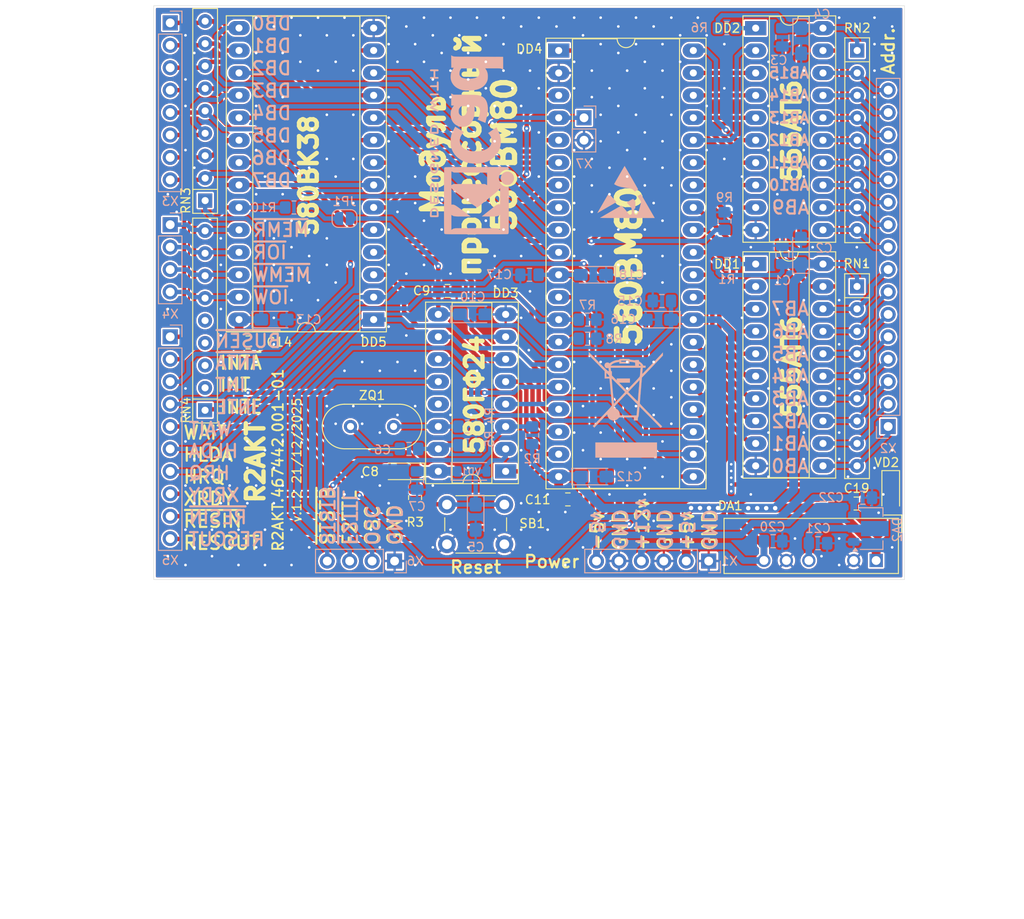
<source format=kicad_pcb>
(kicad_pcb (version 20240108) (generator "pcbnew") (generator_version "8.0")
  (title_block (title "Модуль процессорный 580ВМ80") (date "2025-12-21") (company "R2AKT") (comment 1 "R2AKT.467442.001-01") (comment 2 "R2AKT"))
  (layers (0 "F.Cu" signal) (31 "B.Cu" signal) (34 "B.Paste" user) (35 "F.Paste" user) (36 "B.SilkS" user "B.Silkscreen") (37 "F.SilkS" user "F.Silkscreen") (38 "B.Mask" user) (39 "F.Mask" user) (44 "Edge.Cuts" user))
  (net 0 "")
  (net 1 "GND")
  (net 2 "+5")
  (net 3 "/~{RESIN}")
  (net 4 "/XTAL1")
  (net 5 "+12")
  (net 6 "-5")
  (net 7 "/A2")
  (net 8 "/AB4")
  (net 9 "/AB0")
  (net 10 "/AB3")
  (net 11 "/HLDA")
  (net 12 "/A0")
  (net 13 "/A4")
  (net 14 "/AB6")
  (net 15 "/A6")
  (net 16 "/AB7")
  (net 17 "/A5")
  (net 18 "/A3")
  (net 19 "/A7")
  (net 20 "/A1")
  (net 21 "/AB2")
  (net 22 "/AB5")
  (net 23 "/AB1")
  (net 24 "/A10")
  (net 25 "/AB9")
  (net 26 "/A8")
  (net 27 "/AB10")
  (net 28 "/AB8")
  (net 29 "/AB15")
  (net 30 "/A13")
  (net 31 "/AB13")
  (net 32 "/A12")
  (net 33 "/A14")
  (net 34 "/AB14")
  (net 35 "/AB11")
  (net 36 "/A15")
  (net 37 "/A11")
  (net 38 "/AB12")
  (net 39 "/A9")
  (net 40 "/SYNC")
  (net 41 "/READY")
  (net 42 "/XRDY")
  (net 43 "/Single_OSC_TTL")
  (net 44 "/~{STSTB}")
  (net 45 "/Single_BCLK")
  (net 46 "/RESOUT")
  (net 47 "/D7")
  (net 48 "/D5")
  (net 49 "/INTE")
  (net 50 "/D4")
  (net 51 "/WAIT")
  (net 52 "/INT")
  (net 53 "/D6")
  (net 54 "/D0")
  (net 55 "/D1")
  (net 56 "/D3")
  (net 57 "/D2")
  (net 58 "/~{IOR}")
  (net 59 "/DB5")
  (net 60 "/DB1")
  (net 61 "/~{IOW}")
  (net 62 "/~{INTA}")
  (net 63 "/DB2")
  (net 64 "/DB0")
  (net 65 "/DB4")
  (net 66 "/DB3")
  (net 67 "/DB7")
  (net 68 "/~{MEMR}")
  (net 69 "/DB6")
  (net 70 "/~{MEMW}")
  (net 75 "/XTAL2")
  (net 76 "Net-(DA1--Vout)")
  (net 77 "Net-(JP1-A)")
  (net 78 "/~{BUSEN}")
  (net 79 "/HRQ")
  (net 80 "Net-(C6-Pad1)")
  (net 81 "Net-(DD1-A->B)")
  (net 82 "Net-(DD2-A->B)")
  (net 84 "Net-(DD3-F2)")
  (net 85 "Net-(DD3-F1)")
  (net 86 "Net-(DD4-~{WR})")
  (net 87 "Net-(DD4-DBIN)")
  (footprint "Resistor_THT:R_Array_SIP9" (layer "F.Cu") (at 74.5166 136.7666 90)
    (property "Reference" "RN4")
    (property "Value" "2k2")
  )
  (footprint "Resistor_THT:R_Array_SIP9" (layer "F.Cu") (at 148.325 122.745 -90)
    (property "Reference" "RN1")
    (property "Value" "2k2")
  )
  (footprint "Button_Switch_THT:SW_PUSH_6mm" (layer "F.Cu") (at 108.4 151.945 180)
    (property "Reference" "SB1")
    (property "Value" "TS-06V-A")
  )
  (footprint "Package_DIP:DIP-40_W15.24mm_Socket_LongPads" (layer "F.Cu") (at 114.55 96.02)
    (property "Reference" "DD4")
    (property "Value" "580ВМ80A (i8080A/AM9080A)")
  )
  (footprint "Capacitor_SMD:C_0805_2012Metric_Pad1.18x1.45mm_HandSolder" (layer "F.Cu") (at 101.9601 123.2538)
    (property "Reference" "C9")
    (property "Value" "100n")
  )
  (footprint "Package_DIP:DIP-16_W7.62mm_Socket_LongPads" (layer "F.Cu") (at 108.5426 143.6875 180)
    (property "Reference" "DD3")
    (property "Value" "580ГФ24 (8224)")
  )
  (footprint "Resistor_SMD:R_0805_2012Metric_Pad1.20x1.40mm_HandSolder" (layer "F.Cu") (at 98.291 146.6566 -90)
    (property "Reference" "R3")
    (property "Value" "100k")
  )
  (footprint "Converter_DCDC:Converter_DCDC_TRACO_TBA1-xxxxE_Dual_THT" (layer "F.Cu") (at 150.488 153.7846 -90)
    (property "Reference" "DA1")
    (property "Value" "DAE2-0523")
  )
  (footprint "Capacitor_Tantalum_SMD:CP_EIA-3216-18_Kemet-A_Pad1.58x1.35mm_HandSolder" (layer "F.Cu") (at 96.8535 143.6875 180)
    (property "Reference" "C8")
    (property "Value" "1u")
  )
  (footprint "Package_DIP:DIP-20_W7.62mm_Socket_LongPads" (layer "F.Cu") (at 136.8482 93.485)
    (property "Reference" "DD2")
    (property "Value" "555АП6 (74LS245)")
  )
  (footprint "Capacitor_SMD:C_0805_2012Metric_Pad1.18x1.45mm_HandSolder" (layer "F.Cu") (at 115.5875 146.865)
    (property "Reference" "C11")
    (property "Value" "100n")
  )
  (footprint "Package_DIP:DIP-20_W7.62mm_Socket_LongPads" (layer "F.Cu") (at 136.8482 120.2058)
    (property "Reference" "DD1")
    (property "Value" "555АП6 (74LS245)")
  )
  (footprint "Resistor_THT:R_Array_SIP9" (layer "F.Cu") (at 74.525 113.0176 90)
    (property "Reference" "RN3")
    (property "Value" "2k2" (hide yes))
  )
  (footprint "Capacitor_SMD:C_0805_2012Metric_Pad1.18x1.45mm_HandSolder" (layer "F.Cu") (at 79.4 129.09)
    (property "Reference" "C14")
    (property "Value" "100n")
  )
  (footprint "Capacitor_SMD:C_0805_2012Metric_Pad1.18x1.45mm_HandSolder" (layer "F.Cu") (at 148.2441 147.333)
    (property "Reference" "C19")
    (property "Value" "4u7")
  )
  (footprint "Diode_SMD:D_SOD-123" (layer "F.Cu") (at 152.139 145.965 -90)
    (property "Reference" "VD2")
    (property "Value" "SM5819")
  )
  (footprint "Package_DIP:DIP-28_W15.24mm_Socket_LongPads" (layer "F.Cu") (at 93.6 126.495 180)
    (property "Reference" "DD5")
    (property "Value" "580ВК38 (8238)")
  )
  (footprint "Resistor_THT:R_Array_SIP9" (layer "F.Cu") (at 148.34 96.02 -90)
    (property "Reference" "RN2")
    (property "Value" "2k2")
  )
  (footprint "Crystal:Crystal_HC49-U_Vertical" (layer "F.Cu") (at 90.98 138.6075)
    (property "Reference" "ZQ1")
    (property "Value" "22.5MHz")
  )
  (footprint "Capacitor_Tantalum_SMD:CP_EIA-3216-18_Kemet-A_Pad1.58x1.35mm_HandSolder" (layer "B.Cu") (at 105.15 148.8825 -90)
    (property "Reference" "C5")
    (property "Value" "1u")
  )
  (footprint "Symbol:WEEE-Logo_8.4x12mm_SilkScreen" (layer "B.Cu") (at 122.166761 136.157 180)
    (property "Reference" "REF**" (hide yes))
    (property "Value" "WEEE-Logo_8.4x12mm_SilkScreen" (hide yes))
  )
  (footprint "Resistor_SMD:R_0805_2012Metric_Pad1.20x1.40mm_HandSolder" (layer "B.Cu") (at 84.5844 113.7996)
    (property "Reference" "R10")
    (property "Value" "1k")
  )
  (footprint "Capacitor_SMD:C_0805_2012Metric_Pad1.18x1.45mm_HandSolder" (layer "B.Cu") (at 139.8708 119.1683 90)
    (property "Reference" "C1")
    (property "Value" "100n")
  )
  (footprint "Capacitor_Tantalum_SMD:CP_EIA-3216-18_Kemet-A_Pad1.58x1.35mm_HandSolder" (layer "B.Cu") (at 104.8188 125.9075)
    (property "Reference" "C10")
    (property "Value" "1u")
  )
  (footprint "Resistor_SMD:R_0805_2012Metric_Pad1.20x1.40mm_HandSolder" (layer "B.Cu") (at 133.3191 115.34 90)
    (property "Reference" "R9")
    (property "Value" "1k")
  )
  (footprint "Connector_PinHeader_2.54mm:PinHeader_1x02_P2.54mm_Vertical" (layer "B.Cu") (at 117.4172 103.64 180)
    (property "Reference" "X7")
    (property "Value" "M1")
  )
  (footprint "Connector_PinHeader_2.54mm:PinHeader_1x04_P2.54mm_Vertical" (layer "B.Cu") (at 95.97 153.8475 90)
    (property "Reference" "X6")
    (property "Value" "Clock")
  )
  (footprint "Symbol:ESD-Logo_6.6x6mm_SilkScreen" (layer "B.Cu") (at 122.166761 112.027 180)
    (property "Reference" "REF**" (hide yes))
    (property "Value" "ESD-Logo_6.6x6mm_SilkScreen" (hide yes))
  )
  (footprint "Capacitor_Tantalum_SMD:CP_EIA-3216-18_Kemet-A_Pad1.58x1.35mm_HandSolder" (layer "B.Cu") (at 125.8325 126.5 180)
    (property "Reference" "C16")
    (property "Value" "1u")
  )
  (footprint "Capacitor_SMD:C_0805_2012Metric_Pad1.18x1.45mm_HandSolder" (layer "B.Cu") (at 148.9855 146.6726)
    (property "Reference" "C22")
    (property "Value" "100n")
  )
  (footprint "Capacitor_SMD:C_0805_2012Metric_Pad1.18x1.45mm_HandSolder" (layer "B.Cu") (at 97.6091 141.1475)
    (property "Reference" "C6")
    (property "Value" "10p")
  )
  (footprint "Connector_PinHeader_2.54mm:PinHeader_1x10_P2.54mm_Vertical" (layer "B.Cu") (at 70.57 128.4475 180)
    (property "Reference" "X5")
    (property "Value" "Control")
  )
  (footprint "Capacitor_Tantalum_SMD:CP_EIA-3216-18_Kemet-A_Pad1.58x1.35mm_HandSolder" (layer "B.Cu") (at 141.979 118.7683 90)
    (property "Reference" "C2")
    (property "Value" "1u")
  )
  (footprint "Resistor_SMD:R_0805_2012Metric_Pad1.20x1.40mm_HandSolder" (layer "B.Cu") (at 133.581 93.485 180)
    (property "Reference" "R6")
    (property "Value" "1k")
  )
  (footprint "Capacitor_Tantalum_SMD:CP_EIA-3216-18_Kemet-A_Pad1.58x1.35mm_HandSolder" (layer "B.Cu") (at 118.52 144.28)
    (property "Reference" "C12")
    (property "Value" "1u")
  )
  (footprint "Connector_PinHeader_2.54mm:PinHeader_1x04_P2.54mm_Vertical" (layer "B.Cu") (at 70.57 115.7475 180)
    (property "Reference" "X4")
    (property "Value" "Mode")
  )
  (footprint "Connector_PinHeader_2.54mm:PinHeader_1x06_P2.54mm_Vertical" (layer "B.Cu") (at 131.53 153.8475 90)
    (property "Reference" "X1")
    (property "Value" "Power")
  )
  (footprint "Symbol:KiCad-Logo2_8mm_SilkScreen" (layer "B.Cu") (at 105.558701 106.707262 90)
    (property "Reference" "REF**" (hide yes))
    (property "Value" "KiCad-Logo2_8mm_SilkScreen" (hide yes))
  )
  (footprint "Capacitor_Tantalum_SMD:CP_EIA-3216-18_Kemet-A_Pad1.58x1.35mm_HandSolder" (layer "B.Cu") (at 82.3125 126.495)
    (property "Reference" "C13")
    (property "Value" "1u")
  )
  (footprint "Capacitor_Tantalum_SMD:CP_EIA-3216-18_Kemet-A_Pad1.58x1.35mm_HandSolder" (layer "B.Cu") (at 118.4825 121.42 180)
    (property "Reference" "C18")
    (property "Value" "1u")
  )
  (footprint "Resistor_SMD:R_0805_2012Metric_Pad1.20x1.40mm_HandSolder" (layer "B.Cu") (at 117.8142 128.664 180)
    (property "Reference" "R8")
    (property "Value" "1k")
  )
  (footprint "Capacitor_SMD:C_0805_2012Metric_Pad1.18x1.45mm_HandSolder" (layer "B.Cu") (at 139.8708 94.5225 -90)
    (property "Reference" "C3")
    (property "Value" "100n")
  )
  (footprint "Capacitor_Tantalum_SMD:CP_EIA-3216-18_Kemet-A_Pad1.58x1.35mm_HandSolder" (layer "B.Cu") (at 142 94.9225 -90)
    (property "Reference" "C4")
    (property "Value" "1u")
  )
  (footprint "Capacitor_SMD:C_0805_2012Metric_Pad1.18x1.45mm_HandSolder" (layer "B.Cu") (at 98.5196 144.725 -90)
    (property "Reference" "C7")
    (property "Value" "100n")
  )
  (footprint "Resistor_SMD:R_0805_2012Metric_Pad1.20x1.40mm_HandSolder" (layer "B.Cu") (at 104.1932 138.6075)
    (property "Reference" "R4")
    (property "Value" "560")
  )
  (footprint "Connector_PinHeader_2.54mm:PinHeader_1x16_P2.54mm_Vertical" (layer "B.Cu") (at 151.85 138.6075)
    (property "Reference" "X2")
    (property "Value" "Address")
  )
  (footprint "Capacitor_SMD:C_0805_2012Metric_Pad1.18x1.45mm_HandSolder" (layer "B.Cu") (at 126.2325 124.395 180)
    (property "Reference" "C15")
    (property "Value" "100n")
  )
  (footprint "Jumper:SolderJumper-2_P1.3mm_Open_RoundedPad1.0x1.5mm" (layer "B.Cu") (at 90.3004 115.0496)
    (property "Reference" "JP1")
    (property "Value" "Jumper_2_Open")
  )
  (footprint "Resistor_SMD:R_0805_2012Metric_Pad1.20x1.40mm_HandSolder" (layer "B.Cu") (at 104.1932 140.729 180)
    (property "Reference" "R5")
    (property "Value" "560")
  )
  (footprint "Resistor_SMD:R_0805_2012Metric_Pad1.20x1.40mm_HandSolder" (layer "B.Cu") (at 133.5622 120.2058 180)
    (property "Reference" "R1")
    (property "Value" "1k")
  )
  (footprint "Capacitor_SMD:C_0805_2012Metric_Pad1.18x1.45mm_HandSolder" (layer "B.Cu") (at 143.9055 151.8288)
    (property "Reference" "C21")
    (property "Value" "1u")
  )
  (footprint "Package_TO_SOT_SMD:SOT-89-3" (layer "B.Cu") (at 149.898 150.17)
    (property "Reference" "DA2")
    (property "Value" "L79L05")
  )
  (footprint "Resistor_SMD:R_0805_2012Metric_Pad1.20x1.40mm_HandSolder" (layer "B.Cu") (at 111.5463 139.6075 90)
    (property "Reference" "R2")
    (property "Value" "1k")
  )
  (footprint "Capacitor_SMD:C_0805_2012Metric_Pad1.18x1.45mm_HandSolder" (layer "B.Cu") (at 111.2375 121.42 180)
    (property "Reference" "C17")
    (property "Value" "100n")
  )
  (footprint "Capacitor_SMD:C_0805_2012Metric_Pad1.18x1.45mm_HandSolder" (layer "B.Cu") (at 138.8255 151.6002)
    (property "Reference" "C20")
    (property "Value" "1u")
  )
  (footprint "Resistor_SMD:R_0805_2012Metric_Pad1.20x1.40mm_HandSolder" (layer "B.Cu") (at 117.8142 126.5 180)
    (property "Reference" "R7")
    (property "Value" "1k")
  )
  (footprint "Diode_SMD:D_SOD-123" (layer "B.Cu") (at 104.7426 143.6875)
    (property "Reference" "VD1")
    (property "Value" "1N914BWS")
  )
  (footprint "Connector_PinHeader_2.54mm:PinHeader_1x08_P2.54mm_Vertical" (layer "B.Cu") (at 70.57 92.8875 180)
    (property "Reference" "X3")
    (property "Value" "Data")
  )
  (gr_rect (start 68.7 90.945) (end 153.7 155.945) (stroke (width 0.05)) (fill none) (layer "Edge.Cuts"))
  (gr_text "~{STSTB}" (at 88.35 148.72 -90) (layer "B.SilkS") (effects (font (size 1.5 1.5) (thickness 0.25) (bold yes)) (justify mirror)))
  (gr_text "DB1" (at 82.035 95.4916 0) (layer "B.SilkS") (effects (font (size 1.5 1.5) (thickness 0.25) (bold yes)) (justify mirror)))
  (gr_text "+12v" (at 124.0208 149.611143 -90) (layer "B.SilkS") (effects (font (size 1.5 1.5) (thickness 0.25) (bold yes)) (justify mirror)))
  (gr_text "HLDA" (at 75.457943 141.3975 0) (layer "B.SilkS") (effects (font (size 1.5 1.5) (thickness 0.25) (bold yes)) (justify mirror)))
  (gr_text "GND" (at 95.97 149.755714 -90) (layer "B.SilkS") (effects (font (size 1.5 1.5) (thickness 0.25) (bold yes)) (justify mirror)))
  (gr_text "~{INTA}" (at 78.029657 131.4186 0) (layer "B.SilkS") (effects (font (size 1.5 1.5) (thickness 0.25) (bold yes)) (justify mirror)))
  (gr_text "WAIT" (at 75.1008 138.9002 0) (layer "B.SilkS") (effects (font (size 1.5 1.5) (thickness 0.25) (bold yes)) (justify mirror)))
  (gr_text "AB13" (at 140.625 103.64 0) (layer "B.SilkS") (effects (font (size 1.2 1.2) (thickness 0.25) (bold yes)) (justify mirror)))
  (gr_text "AB10" (at 140.625 111.26 0) (layer "B.SilkS") (effects (font (size 1.2 1.2) (thickness 0.25) (bold yes)) (justify mirror)))
  (gr_text "AB4" (at 140.75 132.935 0) (layer "B.SilkS") (effects (font (size 1.5 1.5) (thickness 0.25) (bold yes)) (justify mirror)))
  (gr_text "DB7" (at 82.035 110.7316 0) (layer "B.SilkS") (effects (font (size 1.5 1.5) (thickness 0.25) (bold yes)) (justify mirror)))
  (gr_text "AB11" (at 140.625 108.72 0) (layer "B.SilkS") (effects (font (size 1.2 1.2) (thickness 0.25) (bold yes)) (justify mirror)))
  (gr_text "-5v" (at 118.9408 150.325429 -90) (layer "B.SilkS") (effects (font (size 1.5 1.5) (thickness 0.25) (bold yes)) (justify mirror)))
  (gr_text "~{IOR}" (at 81.867857 118.89 0) (layer "B.SilkS") (effects (font (size 1.5 1.5) (thickness 0.25) (bold yes)) (justify mirror)))
  (gr_text "AB6" (at 140.75 127.855 0) (layer "B.SilkS") (effects (font (size 1.5 1.5) (thickness 0.25) (bold yes)) (justify mirror)))
  (gr_text "AB14" (at 140.625 101.1 0) (layer "B.SilkS") (effects (font (size 1.2 1.2) (thickness 0.25) (bold yes)) (justify mirror)))
  (gr_text "DB3" (at 82.035 100.5716 0) (layer "B.SilkS") (effects (font (size 1.5 1.5) (thickness 0.25) (bold yes)) (justify mirror)))
  (gr_text "AB12" (at 140.625 106.18 0) (layer "B.SilkS") (effects (font (size 1.2 1.2) (thickness 0.25) (bold yes)) (justify mirror)))
  (gr_text "INTE" (at 78.065371 136.4132 0) (layer "B.SilkS") (effects (font (size 1.5 1.5) (thickness 0.25) (bold yes)) (justify mirror)))
  (gr_text "AB15" (at 140.625 98.56 0) (layer "B.SilkS") (effects (font (size 1.2 1.2) (thickness 0.25) (bold yes)) (justify mirror)))
  (gr_text "OSC" (at 93.43 149.791428 -90) (layer "B.SilkS") (effects (font (size 1.5 1.5) (thickness 0.25) (bold yes)) (justify mirror)))
  (gr_text "HRQ" (at 74.993658 143.8948 0) (layer "B.SilkS") (effects (font (size 1.5 1.5) (thickness 0.25) (bold yes)) (justify mirror)))
  (gr_text "AB7" (at 140.75 125.285 0) (layer "B.SilkS") (effects (font (size 1.5 1.5) (thickness 0.25) (bold yes)) (justify mirror)))
  (gr_text "F2TTL" (at 90.89 148.934286 -90) (layer "B.SilkS") (effects (font (size 1.5 1.5) (thickness 0.25) (bold yes)) (justify mirror)))
  (gr_text "~{MEMR}" (at 83.117857 116.35 0) (layer "B.SilkS") (effects (font (size 1.5 1.5) (thickness 0.25) (bold yes)) (justify mirror)))
  (gr_text "RESOUT" (at 76.957943 151.3867 0) (layer "B.SilkS") (effects (font (size 1.5 1.5) (thickness 0.25) (bold yes)) (justify mirror)))
  (gr_text "GND" (at 126.5608 150.254 -90) (layer "B.SilkS") (effects (font (size 1.5 1.5) (thickness 0.25) (bold yes)) (justify mirror)))
  (gr_text "AB0" (at 140.75 143.095 0) (layer "B.SilkS") (effects (font (size 1.5 1.5) (thickness 0.25) (bold yes)) (justify mirror)))
  (gr_text "XRDY" (at 75.529371 146.3921 0) (layer "B.SilkS") (effects (font (size 1.5 1.5) (thickness 0.25) (bold yes)) (justify mirror)))
  (gr_text "DB6" (at 82.035 108.1916 0) (layer "B.SilkS") (effects (font (size 1.5 1.5) (thickness 0.25) (bold yes)) (justify mirror)))
  (gr_text "~{MEMW}" (at 83.225 121.43 0) (layer "B.SilkS") (effects (font (size 1.5 1.5) (thickness 0.25) (bold yes)) (justify mirror)))
  (gr_text "DB2" (at 82.035 98.0316 0) (layer "B.SilkS") (effects (font (size 1.5 1.5) (thickness 0.25) (bold yes)) (justify mirror)))
  (gr_text "DB0" (at 82.035 92.9516 0) (layer "B.SilkS") (effects (font (size 1.5 1.5) (thickness 0.25) (bold yes)) (justify mirror)))
  (gr_text "GND" (at 131.6158 150.254 -90) (layer "B.SilkS") (effects (font (size 1.5 1.5) (thickness 0.25) (bold yes)) (justify mirror)))
  (gr_text "AB2" (at 140.75 138.015 0) (layer "B.SilkS") (effects (font (size 1.5 1.5) (thickness 0.25) (bold yes)) (justify mirror)))
  (gr_text "AB3" (at 140.75 135.475 0) (layer "B.SilkS") (effects (font (size 1.5 1.5) (thickness 0.25) (bold yes)) (justify mirror)))
  (gr_text "DB4" (at 82.035 103.1116 0) (layer "B.SilkS") (effects (font (size 1.5 1.5) (thickness 0.25) (bold yes)) (justify mirror)))
  (gr_text "~{IOW}" (at 81.975 123.97 0) (layer "B.SilkS") (effects (font (size 1.5 1.5) (thickness 0.25) (bold yes)) (justify mirror)))
  (gr_text "AB9" (at 140.8 113.8 0) (layer "B.SilkS") (effects (font (size 1.5 1.5) (thickness 0.25) (bold yes)) (justify mirror)))
  (gr_text "DB5" (at 82.035 105.6516 0) (layer "B.SilkS") (effects (font (size 1.5 1.5) (thickness 0.25) (bold yes)) (justify mirror)))
  (gr_text "INT" (at 77.3868 133.9159 0) (layer "B.SilkS") (effects (font (size 1.5 1.5) (thickness 0.25) (bold yes)) (justify mirror)))
  (gr_text "AB5" (at 140.75 130.395 0) (layer "B.SilkS") (effects (font (size 1.5 1.5) (thickness 0.25) (bold yes)) (justify mirror)))
  (gr_text "+5v" (at 129.1008 150.325429 -90) (layer "B.SilkS") (effects (font (size 1.5 1.5) (thickness 0.25) (bold yes)) (justify mirror)))
  (gr_text "~{RESIN}" (at 75.957943 148.8894 0) (layer "B.SilkS") (effects (font (size 1.5 1.5) (thickness 0.25) (bold yes)) (justify mirror)))
  (gr_text "~{BUSEN}" (at 79.3868 128.9213 0) (layer "B.SilkS") (effects (font (size 1.5 1.5) (thickness 0.25) (bold yes)) (justify mirror)))
  (gr_text "GND" (at 121.4808 150.254 -90) (layer "B.SilkS") (effects (font (size 1.5 1.5) (thickness 0.25) (bold yes)) (justify mirror)))
  (gr_text "AB1" (at 140.75 140.555 0) (layer "B.SilkS") (effects (font (size 1.5 1.5) (thickness 0.25) (bold yes)) (justify mirror)))
  (gr_text "GND" (at 121.4766 150.3556 90) (layer "F.SilkS") (effects (font (size 1.5 1.5) (thickness 0.25) (bold yes))))
  (gr_text "WAIT" (at 74.5192 139.3066 -0) (layer "F.SilkS") (effects (font (size 1.5 1.5) (thickness 0.25) (bold yes))))
  (gr_text "Power" (at 113.7596 153.9116 0) (layer "F.SilkS") (effects (font (size 1.4 1.4) (thickness 0.25) (bold yes))))
  (gr_text "580ВК38" (at 87.4275 117.281905 90) (layer "F.SilkS") (effects (font (size 2 2) (thickness 0.5) (bold yes)) (justify left bottom)))
  (gr_text "R2AKT.467442.001-01" (at 82.7716 142.4054 90) (layer "F.SilkS") (effects (font (size 1.2 1.2) (thickness 0.2) (bold yes))))
  (gr_text "INTE" (at 78.606 136.3845 -0) (layer "F.SilkS") (effects (font (size 1.5 1.5) (thickness 0.25) (bold yes))))
  (gr_text "~{STSTB}" (at 88.35 148.723572 90) (layer "F.SilkS") (effects (font (size 1.5 1.5) (thickness 0.25) (bold yes))))
  (gr_text "~{INTA}" (at 78.570286 131.3899 -0) (layer "F.SilkS") (effects (font (size 1.5 1.5) (thickness 0.25) (bold yes))))
  (gr_text "OSC" (at 93.43 149.795 90) (layer "F.SilkS") (effects (font (size 1.5 1.5) (thickness 0.25) (bold yes))))
  (gr_text "RESOUT" (at 76.376343 151.7931 -0) (layer "F.SilkS") (effects (font (size 1.5 1.5) (thickness 0.25) (bold yes))))
  (gr_text "HLDA" (at 74.876343 141.8039 -0) (layer "F.SilkS") (effects (font (size 1.5 1.5) (thickness 0.25) (bold yes))))
  (gr_text "HRQ" (at 74.412058 144.3012 -0) (layer "F.SilkS") (effects (font (size 1.5 1.5) (thickness 0.25) (bold yes))))
  (gr_text "555АП6" (at 142.1007 137.895086 90) (layer "F.SilkS") (effects (font (size 2 2) (thickness 0.5) (bold yes)) (justify left bottom)))
  (gr_text "~{RESIN}" (at 75.376343 149.2958 -0) (layer "F.SilkS") (effects (font (size 1.5 1.5) (thickness 0.25) (bold yes))))
  (gr_text "INT" (at 77.927429 133.8872 -0) (layer "F.SilkS") (effects (font (size 1.5 1.5) (thickness 0.25) (bold yes))))
  (gr_text "580ГФ24" (at 106.1951 142.004167 90) (layer "F.SilkS") (effects (font (size 2 2) (thickness 0.5) (bold yes)) (justify left bottom)))
  (gr_text "-5v" (at 118.9366 150.427029 90) (layer "F.SilkS") (effects (font (size 1.5 1.5) (thickness 0.25) (bold yes))))
  (gr_text "Reset" (at 105.15 154.5466 0) (layer "F.SilkS") (effects (font (size 1.4 1.4) (thickness 0.25) (bold yes))))
  (gr_text "R2AKT" (at 81.4 147.526828 90) (layer "F.SilkS") (effects (font (size 2 2) (thickness 0.5) (bold yes)) (justify left bottom)))
  (gr_text "GND" (at 126.5566 150.3556 90) (layer "F.SilkS") (effects (font (size 1.5 1.5) (thickness 0.25) (bold yes))))
  (gr_text "555АП6" (at 142.1007 111.174286 90) (layer "F.SilkS") (effects (font (size 2 2) (thickness 0.5) (bold yes)) (justify left bottom)))
  (gr_text "GND" (at 95.97 149.759286 90) (layer "F.SilkS") (effects (font (size 1.5 1.5) (thickness 0.25) (bold yes))))
  (gr_text "Модуль\nпроцессорный\n580ВМ80" (at 109.88436 107.8106 90) (layer "F.SilkS") (effects (font (size 2.5 2.5) (thickness 0.6) (bold yes)) (justify bottom)))
  (gr_text "XRDY" (at 74.947771 146.7985 0) (layer "F.SilkS") (effects (font (size 1.5 1.5) (thickness 0.25) (bold yes))))
  (gr_text "+12v" (at 124.0166 149.712743 90) (layer "F.SilkS") (effects (font (size 1.5 1.5) (thickness 0.25) (bold yes))))
  (gr_text "GND" (at 131.6116 150.3556 90) (layer "F.SilkS") (effects (font (size 1.5 1.5) (thickness 0.25) (bold yes))))
  (gr_text "580ВМ80" (at 124.06325 129.83619 90) (layer "F.SilkS") (effects (font (size 2.6 2.6) (thickness 0.65) (bold yes)) (justify left bottom)))
  (gr_text "+5v" (at 129.0966 150.427029 90) (layer "F.SilkS") (effects (font (size 1.5 1.5) (thickness 0.25) (bold yes))))
  (gr_text "F2TTL" (at 90.89 148.937858 90) (layer "F.SilkS") (effects (font (size 1.5 1.5) (thickness 0.25) (bold yes))))
  (gr_text "v.1.2 21/12/2025" (at 84.9052 142.405399 90) (layer "F.SilkS") (effects (font (size 1 1))))
  (gr_text "Addr." (at 151.85 96.0758 90) (layer "F.SilkS") (effects (font (size 1.4 1.4) (thickness 0.25) (bold yes))))
  (via (at 110.301 150.29675) (size 0.6) (drill 0.3) (layers "F.Cu" "B.Cu") (net 1))
  (via (at 106.301 94.29675) (size 0.6) (drill 0.3) (layers "F.Cu" "B.Cu") (net 1))
  (via (at 138.301 144.29675) (size 0.6) (drill 0.3) (layers "F.Cu" "B.Cu") (net 1))
  (via (at 152.301 152.29675) (size 0.6) (drill 0.3) (layers "F.Cu" "B.Cu") (net 1))
  (via (at 89.301 110.29675) (size 0.6) (drill 0.3) (layers "F.Cu" "B.Cu") (net 1))
  (via (at 91.301 136.29675) (size 0.6) (drill 0.3) (layers "F.Cu" "B.Cu") (net 1))
  (via (at 110.301 102.29675) (size 0.6) (drill 0.3) (layers "F.Cu" "B.Cu") (net 1))
  (via (at 85.301 97.29675) (size 0.6) (drill 0.3) (layers "F.Cu" "B.Cu") (net 1))
  (via (at 109.301 105.29675) (size 0.6) (drill 0.3) (layers "F.Cu" "B.Cu") (net 1))
  (via (at 112.301 105.29675) (size 0.6) (drill 0.3) (layers "F.Cu" "B.Cu") (net 1))
  (via (at 139.301 131.29675) (size 0.6) (drill 0.3) (layers "F.Cu" "B.Cu") (net 1))
  (via (at 113.301 146.29675) (size 0.6) (drill 0.3) (layers "F.Cu" "B.Cu") (net 1))
  (via (at 116.301 139.29675) (size 0.6) (drill 0.3) (layers "F.Cu" "B.Cu") (net 1))
  (via (at 110.301 141.29675) (size 0.6) (drill 0.3) (layers "F.Cu" "B.Cu") (net 1))
  (via (at 139.301 99.29675) (size 0.6) (drill 0.3) (layers "F.Cu" "B.Cu") (net 1))
  (via (at 142.301 98.29675) (size 0.6) (drill 0.3) (layers "F.Cu" "B.Cu") (net 1))
  (via (at 105.301 92.29675) (size 0.6) (drill 0.3) (layers "F.Cu" "B.Cu") (net 1))
  (via (at 71.301 114.29675) (size 0.6) (drill 0.3) (layers "F.Cu" "B.Cu") (net 1))
  (via (at 106.301 138.29675) (size 0.6) (drill 0.3) (layers "F.Cu" "B.Cu") (net 1))
  (via (at 116.301 97.29675) (size 0.6) (drill 0.3) (layers "F.Cu" "B.Cu") (net 1))
  (via (at 91.301 98.29675) (size 0.6) (drill 0.3) (layers "F.Cu" "B.Cu") (net 1))
  (via (at 73.301 152.29675) (size 0.6) (drill 0.3) (layers "F.Cu" "B.Cu") (net 1))
  (via (at 113.301 150.29675) (size 0.6) (drill 0.3) (layers "F.Cu" "B.Cu") (net 1))
  (via (at 98.301 154.29675) (size 0.6) (drill 0.3) (layers "F.Cu" "B.Cu") (net 1))
  (via (at 150.301 101.29675) (size 0.6) (drill 0.3) (layers "F.Cu" "B.Cu") (net 1))
  (via (at 104.641 137.28675) (size 0.6) (drill 0.3) (layers "F.Cu" "B.Cu") (net 1))
  (via (at 150.301 98.29675) (size 0.6) (drill 0.3) (layers "F.Cu" "B.Cu") (net 1))
  (via (at 81.301 141.29675) (size 0.6) (drill 0.3) (layers "F.Cu" "B.Cu") (net 1))
  (via (at 98.301 110.29675) (size 0.6) (drill 0.3) (layers "F.Cu" "B.Cu") (net 1))
  (via (at 125.301 137.29675) (size 0.6) (drill 0.3) (layers "F.Cu" "B.Cu") (net 1))
  (via (at 142.301 136.29675) (size 0.6) (drill 0.3) (layers "F.Cu" "B.Cu") (net 1))
  (via (at 100.301 99.29675) (size 0.6) (drill 0.3) (layers "F.Cu" "B.Cu") (net 1))
  (via (at 127.301 132.29675) (size 0.6) (drill 0.3) (layers "F.Cu" "B.Cu") (net 1))
  (via (at 123.301 129.29675) (size 0.6) (drill 0.3) (layers "F.Cu" "B.Cu") (net 1))
  (via (at 124.301 146.29675) (size 0.6) (drill 0.3) (layers "F.Cu" "B.Cu") (net 1))
  (via (at 70.301 112.29675) (size 0.6) (drill 0.3) (layers "F.Cu" "B.Cu") (net 1))
  (via (at 123.301 103.29675) (size 0.6) (drill 0.3) (layers "F.Cu" "B.Cu") (net 1))
  (via (at 82.301 120.29675) (size 0.6) (drill 0.3) (layers "F.Cu" "B.Cu") (net 1))
  (via (at 94.301 132.29675) (size 0.6) (drill 0.3) (layers "F.Cu" "B.Cu") (net 1))
  (via (at 150.301 143.29675) (size 0.6) (drill 0.3) (layers "F.Cu" "B.Cu") (net 1))
  (via (at 98.301 113.29675) (size 0.6) (drill 0.3) (layers "F.Cu" "B.Cu") (net 1))
  (via (at 107.301 102.29675) (size 0.6) (drill 0.3) (layers "F.Cu" "B.Cu") (net 1))
  (via (at 117.301 136.29675) (size 0.6) (drill 0.3) (layers "F.Cu" "B.Cu") (net 1))
  (via (at 88.301 117.29675) (size 0.6) (drill 0.3) (layers "F.Cu" "B.Cu") (net 1))
  (via (at 152.301 96.29675) (size 0.6) (drill 0.3) (layers "F.Cu" "B.Cu") (net 1))
  (via (at 122.301 122.29675) (size 0.6) (drill 0.3) (layers "F.Cu" "B.Cu") (net 1))
  (via (at 95.301 106.29675) (size 0.6) (drill 0.3) (layers "F.Cu" "B.Cu") (net 1))
  (via (at 96.301 114.29675) (size 0.6) (drill 0.3) (layers "F.Cu" "B.Cu") (net 1))
  (via (at 72.301 102.29675) (size 0.6) (drill 0.3) (layers "F.Cu" "B.Cu") (net 1))
  (via (at 139.301 122.29675) (size 0.6) (drill 0.3) (layers "F.Cu" "B.Cu") (net 1))
  (via (at 107.301 119.29675) (size 0.6) (drill 0.3) (layers "F.Cu" "B.Cu") (net 1))
  (via (at 82.301 117.29675) (size 0.6) (drill 0.3) (layers "F.Cu" "B.Cu") (net 1))
  (via (at 133.301 154.29675) (size 0.6) (drill 0.3) (layers "F.Cu" "B.Cu") (net 1))
  (via (at 88.301 136.29675) (size 0.6) (drill 0.3) (layers "F.Cu" "B.Cu") (net 1))
  (via (at 142.301 142.29675) (size 0.6) (drill 0.3) (layers "F.Cu" "B.Cu") (net 1))
  (via (at 110.301 147.29675) (size 0.6) (drill 0.3) (layers "F.Cu" "B.Cu") (net 1))
  (via (at 102.301 92.29675) (size 0.6) (drill 0.3) (layers "F.Cu" "B.Cu") (net 1))
  (via (at 76.301 147.29675) (size 0.6) (drill 0.3) (layers "F.Cu" "B.Cu") (net 1))
  (via (at 79.301 143.29675) (size 0.6) (drill 0.3) (layers "F.Cu" "B.Cu") (net 1))
  (via (at 111.1688 129.9594) (size 0.6) (drill 0.3) (layers "F.Cu" "B.Cu") (net 1))
  (via (at 83.301 112.29675) (size 0.6) (drill 0.3) (layers "F.Cu" "B.Cu") (net 1))
  (via (at 142.301 113.29675) (size 0.6) (drill 0.3) (layers "F.Cu" "B.Cu") (net 1))
  (via (at 127.301 135.29675) (size 0.6) (drill 0.3) (layers "F.Cu" "B.Cu") (net 1))
  (via (at 85.301 126.29675) (size 0.6) (drill 0.3) (layers "F.Cu" "B.Cu") (net 1))
  (via (at 110.301 126.29675) (size 0.6) (drill 0.3) (layers "F.Cu" "B.Cu") (net 1))
  (via (at 126.301 106.29675) (size 0.6) (drill 0.3) (layers "F.Cu" "B.Cu") (net 1))
  (via (at 146.301 142.29675) (size 0.6) (drill 0.3) (layers "F.Cu" "B.Cu") (net 1))
  (via (at 95.301 92.29675) (size 0.6) (drill 0.3) (layers "F.Cu" "B.Cu") (net 1))
  (via (at 82.301 126.29675) (size 0.6) (drill 0.3) (layers "F.Cu" "B.Cu") (net 1))
  (via (at 79.301 140.29675) (size 0.6) (drill 0.3) (layers "F.Cu" "B.Cu") (net 1))
  (via (at 112.301 148.29675) (size 0.6) (drill 0.3) (layers "F.Cu" "B.Cu") (net 1))
  (via (at 117.301 94.29675) (size 0.6) (drill 0.3) (layers "F.Cu" "B.Cu") (net 1))
  (via (at 104.3616 120.028) (size 0.6) (drill 0.3) (layers "F.Cu" "B.Cu") (net 1))
  (via (at 146.301 154.29675) (size 0.6) (drill 0.3) (layers "F.Cu" "B.Cu") (net 1))
  (via (at 126.301 119.29675) (size 0.6) (drill 0.3) (layers "F.Cu" "B.Cu") (net 1))
  (via (at 127.301 129.29675) (size 0.6) (drill 0.3) (layers "F.Cu" "B.Cu") (net 1))
  (via (at 99.301 120.29675) (size 0.6) (drill 0.3) (layers "F.Cu" "B.Cu") (net 1))
  (via (at 121.301 152.29675) (size 0.6) (drill 0.3) (layers "F.Cu" "B.Cu") (net 1))
  (via (at 136.301 146.29675) (size 0.6) (drill 0.3) (layers "F.Cu" "B.Cu") (net 1))
  (via (at 119.301 92.29675) (size 0.6) (drill 0.3) (layers "F.Cu" "B.Cu") (net 1))
  (via (at 108.301 116.29675) (size 0.6) (drill 0.3) (layers "F.Cu" "B.Cu") (net 1))
  (via (at 99.301 92.29675) (size 0.6) (drill 0.3) (layers "F.Cu" "B.Cu") (net 1))
  (via (at 150.301 95.29675) (size 0.6) (drill 0.3) (layers "F.Cu" "B.Cu") (net 1))
  (via (at 102.301 137.29675) (size 0.6) (drill 0.3) (layers "F.Cu" "B.Cu") (net 1))
  (via (at 83.301 145.29675) (size 0.6) (drill 0.3) (layers "F.Cu" "B.Cu") (net 1))
  (via (at 148.301 93.29675) (size 0.6) (drill 0.3) (layers "F.Cu" "B.Cu") (net 1))
  (via (at 84.301 124.29675) (size 0.6) (drill 0.3) (layers "F.Cu" "B.Cu") (net 1))
  (via (at 115.301 148.29675) (size 0.6) (drill 0.3) (layers "F.Cu" "B.Cu") (net 1))
  (via (at 80.301 102.29675) (size 0.6) (drill 0.3) (layers "F.Cu" "B.Cu") (net 1))
  (via (at 107.301 150.29675) (size 0.6) (drill 0.3) (layers "F.Cu" "B.Cu") (net 1))
  (via (at 106.301 115.29675) (size 0.6) (drill 0.3) (layers "F.Cu" "B.Cu") (net 1))
  (via (at 88.301 108.29675) (size 0.6) (drill 0.3) (layers "F.Cu" "B.Cu") (net 1))
  (via (at 111.301 98.29675) (size 0.6) (drill 0.3) (layers "F.Cu" "B.Cu") (net 1))
  (via (at 142.301 124.29675) (size 0.6) (drill 0.3) (layers "F.Cu" "B.Cu") (net 1))
  (via (at 116.301 119.29675) (size 0.6) (drill 0.3) (layers "F.Cu" "B.Cu") (net 1))
  (via (at 135.301 110.29675) (size 0.6) (drill 0.3) (layers "F.Cu" "B.Cu") (net 1))
  (via (at 82.301 143.29675) (size 0.6) (drill 0.3) (layers "F.Cu" "B.Cu") (net 1))
  (via (at 98.301 132.29675) (size 0.6) (drill 0.3) (layers "F.Cu" "B.Cu") (net 1))
  (via (at 101.301 96.29675) (size 0.6) (drill 0.3) (layers "F.Cu" "B.Cu") (net 1))
  (via (at 102.301 121.29675) (size 0.6) (drill 0.3) (layers "F.Cu" "B.Cu") (net 1))
  (via (at 88.301 120.29675) (size 0.6) (drill 0.3) (layers "F.Cu" "B.Cu") (net 1))
  (via (at 128.301 120.29675) (size 0.6) (drill 0.3) (layers "F.Cu" "B.Cu") (net 1))
  (via (at 106.301 97.29675) (size 0.6) (drill 0.3) (layers "F.Cu" "B.Cu") (net 1))
  (via (at 142.301 101.29675) (size 0.6) (drill 0.3) (layers "F.Cu" "B.Cu") (net 1))
  (via (at 78.301 150.29675) (size 0.6) (drill 0.3) (layers "F.Cu" "B.Cu") (net 1))
  (via (at 116.301 107.29675) (size 0.6) (drill 0.3) (layers "F.Cu" "B.Cu") (net 1))
  (via (at 73.301 142.29675) (size 0.6) (drill 0.3) (layers "F.Cu" "B.Cu") (net 1))
  (via (at 122.301 110.29675) (size 0.6) (drill 0.3) (layers "F.Cu" "B.Cu") (net 1))
  (via (at 127.301 111.29675) (size 0.6) (drill 0.3) (layers "F.Cu" "B.Cu") (net 1))
  (via (at 139.301 136.29675) (size 0.6) (drill 0.3) (layers "F.Cu" "B.Cu") (net 1))
  (via (at 112.301 110.29675) (size 0.6) (drill 0.3) (layers "F.Cu" "B.Cu") (net 1))
  (via (at 139.301 109.29675) (size 0.6) (drill 0.3) (layers "F.Cu" "B.Cu") (net 1))
  (via (at 119.301 119.29675) (size 0.6) (drill 0.3) (layers "F.Cu" "B.Cu") (net 1))
  (via (at 91.301 94.29675) (size 0.6) (drill 0.3) (layers "F.Cu" "B.Cu") (net 1))
  (via (at 95.301 95.29675) (size 0.6) (drill 0.3) (layers "F.Cu" "B.Cu") (net 1))
  (via (at 83.301 140.29675) (size 0.6) (drill 0.3) (layers "F.Cu" "B.Cu") (net 1))
  (via (at 148.301 118.29675) (size 0.6) (drill 0.3) (layers "F.Cu" "B.Cu") (net 1))
  (via (at 126.301 98.29675) (size 0.6) (drill 0.3) (layers "F.Cu" "B.Cu") (net 1))
  (via (at 73.301 96.29675) (size 0.6) (drill 0.3) (layers "F.Cu" "B.Cu") (net 1))
  (via (at 72.301 94.29675) (size 0.6) (drill 0.3) (layers "F.Cu" "B.Cu") (net 1))
  (via (at 122.301 107.29675) (size 0.6) (drill 0.3) (layers "F.Cu" "B.Cu") (net 1))
  (via (at 122.301 131.29675) (size 0.6) (drill 0.3) (layers "F.Cu" "B.Cu") (net 1))
  (via (at 79.301 147.29675) (size 0.6) (drill 0.3) (layers "F.Cu" "B.Cu") (net 1))
  (via (at 80.301 107.29675) (size 0.6) (drill 0.3) (layers "F.Cu" "B.Cu") (net 1))
  (via (at 127.301 138.29675) (size 0.6) (drill 0.3) (layers "F.Cu" "B.Cu") (net 1))
  (via (at 128.301 94.29675) (size 0.6) (drill 0.3) (layers "F.Cu" "B.Cu") (net 1))
  (via (at 146.301 151.29675) (size 0.6) (drill 0.3) (layers "F.Cu" "B.Cu") (net 1))
  (via (at 97.301 128.29675) (size 0.6) (drill 0.3) (layers "F.Cu" "B.Cu") (net 1))
  (via (at 104.301 152.29675) (size 0.6) (drill 0.3) (layers "F.Cu" "B.Cu") (net 1))
  (via (at 116.301 92.29675) (size 0.6) (drill 0.3) (layers "F.Cu" "B.Cu") (net 1))
  (via (at 91.301 113.29675) (size 0.6) (drill 0.3) (layers "F.Cu" "B.Cu") (net 1))
  (via (at 147.301 144.29675) (size 0.6) (drill 0.3) (layers "F.Cu" "B.Cu") (net 1))
  (via (at 136.301 118.29675) (size 0.6) (drill 0.3) (layers "F.Cu" "B.Cu") (net 1))
  (via (at 89.301 138.29675) (size 0.6) (drill 0.3) (layers "F.Cu" "B.Cu") (net 1))
  (via (at 88.301 94.29675) (size 0.6) (drill 0.3) (layers "F.Cu" "B.Cu") (net 1))
  (via (at 122.301 145.29675) (size 0.6) (drill 0.3) (layers "F.Cu" "B.Cu") (net 1))
  (via (at 146.301 124.29675) (size 0.6) (drill 0.3) (layers "F.Cu" "B.Cu") (net 1))
  (via (at 86.301 122.29675) (size 0.6) (drill 0.3) (layers "F.Cu" "B.Cu") (net 1))
  (via (at 103.301 94.29675) (size 0.6) (drill 0.3) (layers "F.Cu" "B.Cu") (net 1))
  (via (at 121.301 96.29675) (size 0.6) (drill 0.3) (layers "F.Cu" "B.Cu") (net 1))
  (via (at 82.301 123.29675) (size 0.6) (drill 0.3) (layers "F.Cu" "B.Cu") (net 1))
  (via (at 146.301 139.29675) (size 0.6) (drill 0.3) (layers "F.Cu" "B.Cu") (net 1))
  (via (at 90.301 92.29675) (size 0.6) (drill 0.3) (layers "F.Cu" "B.Cu") (net 1))
  (via (at 144.301 153.29675) (size 0.6) (drill 0.3) (layers "F.Cu" "B.Cu") (net 1))
  (via (at 93.301 150.29675) (size 0.6) (drill 0.3) (layers "F.Cu" "B.Cu") (net 1))
  (via (at 125.301 131.29675) (size 0.6) (drill 0.3) (layers "F.Cu" "B.Cu") (net 1))
  (via (at 84.301 92.29675) (size 0.6) (drill 0.3) (layers "F.Cu" "B.Cu") (net 1))
  (via (at 118.301 111.29675) (size 0.6) (drill 0.3) (layers "F.Cu" "B.Cu") (net 1))
  (via (at 89.553344 113.345) (size 0.6) (drill 0.3) (layers "F.Cu" "B.Cu") (net 1))
  (via (at 124.301 100.29675) (size 0.6) (drill 0.3) (layers "F.Cu" "B.Cu") (net 1))
  (via (at 112.301 95.29675) (size 0.6) (drill 0.3) (layers "F.Cu" "B.Cu") (net 1))
  (via (at 110.301 93.29675) (size 0.6) (drill 0.3) (layers "F.Cu" "B.Cu") (net 1))
  (via (at 77.301 142.29675) (size 0.6) (drill 0.3) (layers "F.Cu" "B.Cu") (net 1))
  (via (at 125.301 113.29675) (size 0.6) (drill 0.3) (layers "F.Cu" "B.Cu") (net 1))
  (via (at 89.301 122.29675) (size 0.6) (drill 0.3) (layers "F.Cu" "B.Cu") (net 1))
  (via (at 84.301 154.29675) (size 0.6) (drill 0.3) (layers "F.Cu" "B.Cu") (net 1))
  (via (at 72.301 154.29675) (size 0.6) (drill 0.3) (layers "F.Cu" "B.Cu") (net 1))
  (via (at 73.301 147.29675) (size 0.6) (drill 0.3) (layers "F.Cu" "B.Cu") (net 1))
  (via (at 121.301 116.29675) (size 0.6) (drill 0.3) (layers "F.Cu" "B.Cu") (net 1))
  (via (at 109.301 100.29675) (size 0.6) (drill 0.3) (layers "F.Cu" "B.Cu") (net 1))
  (via (at 120.301 128.29675) (size 0.6) (drill 0.3) (layers "F.Cu" "B.Cu") (net 1))
  (via (at 104.301 114.29675) (size 0.6) (drill 0.3) (layers "F.Cu" "B.Cu") (net 1))
  (via (at 133.301 108.29675) (size 0.6) (drill 0.3) (layers "F.Cu" "B.Cu") (net 1))
  (via (at 95.301 127.29675) (size 0.6) (drill 0.3) (layers "F.Cu" "B.Cu") (net 1))
  (via (at 116.301 113.29675) (size 0.6) (drill 0.3) (layers "F.Cu" "B.Cu") (net 1))
  (via (at 135.301 126.29675) (size 0.6) (drill 0.3) (layers "F.Cu" "B.Cu") (net 1))
  (via (at 77.301 145.29675) (size 0.6) (drill 0.3) (layers "F.Cu" "B.Cu") (net 1))
  (via (at 120.301 100.29675) (size 0.6) (drill 0.3) (layers "F.Cu" "B.Cu") (net 1))
  (via (at 81.301 115.29675) (size 0.6) (drill 0.3) (layers "F.Cu" "B.Cu") (net 1))
  (via (at 84.301 115.29675) (size 0.6) (drill 0.3) (layers "F.Cu" "B.Cu") (net 1))
  (via (at 98.301 95.29675) (size 0.6) (drill 0.3) (layers "F.Cu" "B.Cu") (net 1))
  (via (at 96.301 131.29675) (size 0.6) (drill 0.3) (layers "F.Cu" "B.Cu") (net 1))
  (via (at 114.301 93.29675) (size 0.6) (drill 0.3) (layers "F.Cu" "B.Cu") (net 1))
  (via (at 116.301 116.29675) (size 0.6) (drill 0.3) (layers "F.Cu" "B.Cu") (net 1))
  (via (at 138.301 134.29675) (size 0.6) (drill 0.3) (layers "F.Cu" "B.Cu") (net 1))
  (via (at 102.301 101.29675) (size 0.6) (drill 0.3) (layers "F.Cu" "B.Cu") (net 1))
  (via (at 149.301 120.29675) (size 0.6) (drill 0.3) (layers "F.Cu" "B.Cu") (net 1))
  (via (at 99.301 115.29675) (size 0.6) (drill 0.3) (layers "F.Cu" "B.Cu") (net 1))
  (via (at 76.301 128.29675) (size 0.6) (drill 0.3) (layers "F.Cu" "B.Cu") (net 1))
  (via (at 116.301 131.29675) (size 0.6) (drill 0.3) (layers "F.Cu" "B.Cu") (net 1))
  (via (at 118.301 114.29675) (size 0.6) (drill 0.3) (layers "F.Cu" "B.Cu") (net 1))
  (via (at 120.301 109.29675) (size 0.6) (drill 0.3) (layers "F.Cu" "B.Cu") (net 1))
  (via (at 90.301 132.29675) (size 0.6) (drill 0.3) (layers "F.Cu" "B.Cu") (net 1))
  (via (at 95.301 101.29675) (size 0.6) (drill 0.3) (layers "F.Cu" "B.Cu") (net 1))
  (via (at 111.301 152.29675) (size 0.6) (drill 0.3) (layers "F.Cu" "B.Cu") (net 1))
  (via (at 142.301 110.29675) (size 0.6) (drill 0.3) (layers "F.Cu" "B.Cu") (net 1))
  (via (at 112.301 92.29675) (size 0.6) (drill 0.3) (layers "F.Cu" "B.Cu") (net 1))
  (via (at 97.301 93.29675) (size 0.6) (drill 0.3) (layers "F.Cu" "B.Cu") (net 1))
  (via (at 128.301 97.29675) (size 0.6) (drill 0.3) (layers "F.Cu" "B.Cu") (net 1))
  (via (at 120.301 112.29675) (size 0.6) (drill 0.3) (layers "F.Cu" "B.Cu") (net 1))
  (via (at 122.301 142.29675) (size 0.6) (drill 0.3) (layers "F.Cu" "B.Cu") (net 1))
  (via (at 126.301 144.29675) (size 0.6) (drill 0.3) (layers "F.Cu" "B.Cu") (net 1))
  (via (at 81.301 150.29675) (size 0.6) (drill 0.3) (layers "F.Cu" "B.Cu") (net 1))
  (via (at 124.301 97.29675) (size 0.6) (drill 0.3) (layers "F.Cu" "B.Cu") (net 1))
  (via (at 126.301 140.29675) (size 0.6) (drill 0.3) (layers "F.Cu" "B.Cu") (net 1))
  (via (at 100.301 152.29675) (size 0.6) (drill 0.3) (layers "F.Cu" "B.Cu") (net 1))
  (via (at 86.301 109.29675) (size 0.6) (drill 0.3) (layers "F.Cu" "B.Cu") (net 1))
  (via (at 142.301 104.29675) (size 0.6) (drill 0.3) (layers "F.Cu" "B.Cu") (net 1))
  (via (at 130.301 92.29675) (size 0.6) (drill 0.3) (layers "F.Cu" "B.Cu") (net 1))
  (via (at 152.301 93.29675) (size 0.6) (drill 0.3) (layers "F.Cu" "B.Cu") (net 1))
  (via (at 122.301 134.29675) (size 0.6) (drill 0.3) (layers "F.Cu" "B.Cu") (net 1))
  (via (at 138.301 97.29675) (size 0.6) (drill 0.3) (layers "F.Cu" "B.Cu") (net 1))
  (via (at 80.301 152.29675) (size 0.6) (drill 0.3) (layers "F.Cu" "B.Cu") (net 1))
  (via (at 94.301 136.29675) (size 0.6) (drill 0.3) (layers "F.Cu" "B.Cu") (net 1))
  (via (at 82.301 129.29675) (size 0.6) (drill 0.3) (layers "F.Cu" "B.Cu") (net 1))
  (via (at 72.301 134.29675) (size 0.6) (drill 0.3) (layers "F.Cu" "B.Cu") (net 1))
  (via (at 122.301 98.29675) (size 0.6) (drill 0.3) (layers "F.Cu" "B.Cu") (net 1))
  (via (at 119.301 103.29675) (size 0.6) (drill 0.3) (layers "F.Cu" "B.Cu") (net 1))
  (via (at 101.301 116.29675) (size 0.6) (drill 0.3) (layers "F.Cu" "B.Cu") (net 1))
  (via (at 80.301 131.29675) (size 0.6) (drill 0.3) (layers "F.Cu" "B.Cu") (net 1))
  (via (at 142.301 133.29675) (size 0.6) (drill 0.3) (layers "F.Cu" "B.Cu") (net 1))
  (via (at 115.301 154.29675) (size 0.6) (drill 0.3) (layers "F.Cu" "B.Cu") (net 1))
  (via (at 152.301 141.29675) (size 0.6) (drill 0.3) (layers "F.Cu" "B.Cu") (net 1))
  (via (at 96.301 137.29675) (size 0.6) (drill 0.3) (layers "F.Cu" "B.Cu") (net 1))
  (via (at 80.301 92.29675) (size 0.6) (drill 0.3) (layers "F.Cu" "B.Cu") (net 1))
  (via (at 146.301 134.29675) (size 0.6) (drill 0.3) (layers "F.Cu" "B.Cu") (net 1))
  (via (at 87.301 124.29675) (size 0.6) (drill 0.3) (layers "F.Cu" "B.Cu") (net 1))
  (via (at 119.301 139.29675) (size 0.6) (drill 0.3) (layers "F.Cu" "B.Cu") (net 1))
  (via (at 77.301 152.29675) (size 0.6) (drill 0.3) (layers "F.Cu" "B.Cu") (net 1))
  (via (at 70.301 125.29675) (size 0.6) (drill 0.3) (layers "F.Cu" "B.Cu") (net 1))
  (via (at 82.301 147.29675) (size 0.6) (drill 0.3) (layers "F.Cu" "B.Cu") (net 1))
  (via (at 81.301 110.29675) (size 0.6) (drill 0.3) (layers "F.Cu" "B.Cu") (net 1))
  (via (at 72.301 145.29675) (size 0.6) (drill 0.3) (layers "F.Cu" "B.Cu") (net 1))
  (via (at 126.301 101.29675) (size 0.6) (drill 0.3) (layers "F.Cu" "B.Cu") (net 1))
  (via (at 95.301 120.29675) (size 0.6) (drill 0.3) (layers "F.Cu" "B.Cu") (net 1))
  (via (at 116.301 134.29675) (size 0.6) (drill 0.3) (layers "F.Cu" "B.Cu") (net 1))
  (via (at 91.301 108.29675) (size 0.6) (drill 0.3) (layers "F.Cu" "B.Cu") (net 1))
  (via (at 76.301 117.29675) (size 0.6) (drill 0.3) (layers "F.Cu" "B.Cu") (net 1))
  (via (at 84.301 118.29675) (size 0.6) (drill 0.3) (layers "F.Cu" "B.Cu") (net 1))
  (via (at 92.301 138.29675) (size 0.6) (drill 0.3) (layers "F.Cu" "B.Cu") (net 1))
  (via (at 83.301 152.29675) (size 0.6) (drill 0.3) (layers "F.Cu" "B.Cu") (net 1))
  (via (at 99.301 97.29675) (size 0.6) (drill 0.3) (layers "F.Cu" "B.Cu") (net 1))
  (via (at 146.301 92.29675) (size 0.6) (drill 0.3) (layers "F.Cu" "B.Cu") (net 1))
  (via (at 72.301 150.29675) (size 0.6) (drill 0.3) (layers "F.Cu" "B.Cu") (net 1))
  (via (at 100.301 145.29675) (size 0.6) (drill 0.3) (layers "F.Cu" "B.Cu") (net 1))
  (via (at 110.301 96.29675) (size 0.6) (drill 0.3) (layers "F.Cu" "B.Cu") (net 1))
  (via (at 123.301 124.29675) (size 0.6) (drill 0.3) (layers "F.Cu" "B.Cu") (net 1))
  (via (at 87.301 98.29675) (size 0.6) (drill 0.3) (layers "F.Cu" "B.Cu") (net 1))
  (via (at 124.301 105.29675) (size 0.6) (drill 0.3) (layers "F.Cu" "B.Cu") (net 1))
  (via (at 116.301 100.29675) (size 0.6) (drill 0.3) (layers "F.Cu" "B.Cu") (net 1))
  (via (at 75.301 150.29675) (size 0.6) (drill 0.3) (layers "F.Cu" "B.Cu") (net 1))
  (via (at 76.301 131.29675) (size 0.6) (drill 0.3) (layers "F.Cu" "B.Cu") (net 1))
  (via (at 75.301 153.29675) (size 0.6) (drill 0.3) (layers "F.Cu" "B.Cu") (net 1))
  (via (at 119.301 106.29675) (size 0.6) (drill 0.3) (layers "F.Cu" "B.Cu") (net 1))
  (via (at 119.301 142.29675) (size 0.6) (drill 0.3) (layers "F.Cu" "B.Cu") (net 1))
  (via (at 123.301 114.29675) (size 0.6) (drill 0.3) (layers "F.Cu" "B.Cu") (net 1))
  (via (at 128.301 107.29675) (size 0.6) (drill 0.3) (layers "F.Cu" "B.Cu") (net 1))
  (via (at 104.301 96.29675) (size 0.6) (drill 0.3) (layers "F.Cu" "B.Cu") (net 1))
  (via (at 151.301 146.29675) (size 0.6) (drill 0.3) (layers "F.Cu" "B.Cu") (net 1))
  (via (at 127.301 92.29675) (size 0.6) (drill 0.3) (layers "F.Cu" "B.Cu") (net 1))
  (via (at 117.301 152.29675) (size 0.6) (drill 0.3) (layers "F.Cu" "B.Cu") (net 1))
  (via (at 142.301 139.29675) (size 0.6) (drill 0.3) (layers "F.Cu" "B.Cu") (net 1))
  (via (at 92.301 144.29675) (size 0.6) (drill 0.3) (layers "F.Cu" "B.Cu") (net 1))
  (via (at 72.301 107.29675) (size 0.6) (drill 0.3) (layers "F.Cu" "B.Cu") (net 1))
  (via (at 83.301 101.29675) (size 0.6) (drill 0.3) (layers "F.Cu" "B.Cu") (net 1))
  (via (at 89.301 97.29675) (size 0.6) (drill 0.3) (layers "F.Cu" "B.Cu") (net 1))
  (via (at 91.301 103.29675) (size 0.6) (drill 0.3) (layers "F.Cu" "B.Cu") (net 1))
  (via (at 131.301 94.29675) (size 0.6) (drill 0.3) (layers "F.Cu" "B.Cu") (net 1))
  (via (at 124.301 121.29675) (size 0.6) (drill 0.3) (layers "F.Cu" "B.Cu") (net 1))
  (via (at 87.301 92.29675) (size 0.6) (drill 0.3) (layers "F.Cu" "B.Cu") (net 1))
  (via (at 135.301 144.29675) (size 0.6) (drill 0.3) (layers "F.Cu" "B.Cu") (net 1))
  (via (at 121.301 120.29675) (size 0.6) (drill 0.3) (layers "F.Cu" "B.Cu") (net 1))
  (via (at 94.301 139.29675) (size 0.6) (drill 0.3) (layers "F.Cu" "B.Cu") (net 1))
  (via (at 96.301 97.29675) (size 0.6) (drill 0.3) (layers "F.Cu" "B.Cu") (net 1))
  (via (at 77.301 133.29675) (size 0.6) (drill 0.3) (layers "F.Cu" "B.Cu") (net 1))
  (via (at 123.301 119.29675) (size 0.6) (drill 0.3) (layers "F.Cu" "B.Cu") (net 1))
  (via (at 104.301 102.29675) (size 0.6) (drill 0.3) (layers "F.Cu" "B.Cu") (net 1))
  (via (at 142.301 107.29675) (size 0.6) (drill 0.3) (layers "F.Cu" "B.Cu") (net 1))
  (via (at 131.301 102.29675) (size 0.6) (drill 0.3) (layers "F.Cu" "B.Cu") (net 1))
  (via (at 86.301 119.29675) (size 0.6) (drill 0.3) (layers "F.Cu" "B.Cu") (net 1))
  (via (at 126.301 109.29675) (size 0.6) (drill 0.3) (layers "F.Cu" "B.Cu") (net 1))
  (via (at 125.301 149.29675) (size 0.6) (drill 0.3) (layers "F.Cu" "B.Cu") (net 1))
  (via (at 116.301 110.29675) (size 0.6) (drill 0.3) (layers "F.Cu" "B.Cu") (net 1))
  (via (at 107.301 106.29675) (size 0.6) (drill 0.3) (layers "F.Cu" "B.Cu") (net 1))
  (via (at 86.301 116.29675) (size 0.6) (drill 0.3) (layers "F.Cu" "B.Cu") (net 1))
  (via (at 123.301 95.29675) (size 0.6) (drill 0.3) (layers "F.Cu" "B.Cu") (net 1))
  (via (at 78.301 154.29675) (size 0.6) (drill 0.3) (layers "F.Cu" "B.Cu") (net 1))
  (via (at 102.301 150.29675) (size 0.6) (drill 0.3) (layers "F.Cu" "B.Cu") (net 1))
  (via (at 124.301 116.29675) (size 0.6) (drill 0.3) (layers "F.Cu" "B.Cu") (net 1))
  (via (at 141.301 151.29675) (size 0.6) (drill 0.3) (layers "F.Cu" "B.Cu") (net 1))
  (via (at 85.301 94.29675) (size 0.6) (drill 0.3) (layers "F.Cu" "B.Cu") (net 1))
  (via (at 70.301 153.29675) (size 0.6) (drill 0.3) (layers "F.Cu" "B.Cu") (net 1))
  (via (at 119.301 95.29675) (size 0.6) (drill 0.3) (layers "F.Cu" "B.Cu") (net 1))
  (via (at 124.301 108.29675) (size 0.6) (drill 0.3) (layers "F.Cu" "B.Cu") (net 1))
  (via (at 139.301 125.29675) (size 0.6) (drill 0.3) (layers "F.Cu" "B.Cu") (net 1))
  (via (at 120.301 146.29675) (size 0.6) (drill 0.3) (layers "F.Cu" "B.Cu") (net 1))
  (via (at 146.301 129.29675) (size 0.6) (drill 0.3) (layers "F.Cu" "B.Cu") (net 1))
  (via (at 125.301 134.29675) (size 0.6) (drill 0.3) (layers "F.Cu" "B.Cu") (net 1))
  (via (at 73.301 109.29675) (size 0.6) (drill 0.3) (layers "F.Cu" "B.Cu") (net 1))
  (via (at 108.301 92.29675) (size 0.6) (drill 0.3) (layers "F.Cu" "B.Cu") (net 1))
  (via (at 107.358799 122.720401) (size 0.6) (drill 0.3) (layers "F.Cu" "B.Cu") (net 1))
  (via (at 72.301 140.29675) (size 0.6) (drill 0.3) (layers "F.Cu" "B.Cu") (net 1))
  (via (at 98.301 136.29675) (size 0.6) (drill 0.3) (layers "F.Cu" "B.Cu") (net 1))
  (via (at 83.301 96.29675) (size 0.6) (drill 0.3) (layers "F.Cu" "B.Cu") (net 1))
  (via (at 150.301 92.29675) (size 0.6) (drill 0.3) (layers "F.Cu" "B.Cu") (net 1))
  (via (at 108.301 95.29675) (size 0.6) (drill 0.3) (layers "F.Cu" "B.Cu") (net 1))
  (via (at 102.301 98.29675) (size 0.6) (drill 0.3) (layers "F.Cu" "B.Cu") (net 1))
  (via (at 82.301 93.29675) (size 0.6) (drill 0.3) (layers "F.Cu" "B.Cu") (net 1))
  (via (at 100.301 94.29675) (size 0.6) (drill 0.3) (layers "F.Cu" "B.Cu") (net 1))
  (via (at 104.301 143.29675) (size 0.6) (drill 0.3) (layers "F.Cu" "B.Cu") (net 1))
  (via (at 76.301 125.29675) (size 0.6) (drill 0.3) (layers "F.Cu" "B.Cu") (net 1))
  (via (at 142.301 127.29675) (size 0.6) (drill 0.3) (layers "F.Cu" "B.Cu") (net 1))
  (via (at 105.301 132.29675) (size 0.6) (drill 0.3) (layers "F.Cu" "B.Cu") (net 1))
  (via (at 80.301 96.29675) (size 0.6) (drill 0.3) (layers "F.Cu" "B.Cu") (net 1))
  (via (at 84.301 121.29675) (size 0.6) (drill 0.3) (layers "F.Cu" "B.Cu") (net 1))
  (via (at 139.301 104.29675) (size 0.6) (drill 0.3) (layers "F.Cu" "B.Cu") (net 1))
  (via (at 119.301 131.29675) (size 0.6) (drill 0.3) (layers "F.Cu" "B.Cu") (net 1))
  (via (at 76.301 120.29675) (size 0.6) (drill 0.3) (layers "F.Cu" "B.Cu") (net 1))
  (via (at 72.301 137.29675) (size 0.6) (drill 0.3) (layers "F.Cu" "B.Cu") (net 1))
  (via (at 75.301 144.29675) (size 0.6) (drill 0.3) (layers "F.Cu" "B.Cu") (net 1))
  (via (at 95.301 147.29675) (size 0.6) (drill 0.3) (layers "F.Cu" "B.Cu") (net 1))
  (via (at 80.301 112.29675) (size 0.6) (drill 0.3) (layers "F.Cu" "B.Cu") (net 1))
  (via (at 133.301 95.29675) (size 0.6) (drill 0.3) (layers "F.Cu" "B.Cu") (net 1))
  (via (at 83.301 106.29675) (size 0.6) (drill 0.3) (layers "F.Cu" "B.Cu") (net 1))
  (via (at 138.301 139.29675) (size 0.6) (drill 0.3) (layers "F.Cu" "B.Cu") (net 1))
  (via (at 111.301 123.29675) (size 0.6) (drill 0.3) (layers "F.Cu" "B.Cu") (net 1))
  (via (at 150.7674 148.3744) (size 0.6) (drill 0.3) (layers "F.Cu" "B.Cu") (net 1))
  (via (at 97.301 121.29675) (size 0.6) (drill 0.3) (layers "F.Cu" "B.Cu") (net 1))
  (via (at 118.301 108.29675) (size 0.6) (drill 0.3) (layers "F.Cu" "B.Cu") (net 1))
  (via (at 119.301 134.29675) (size 0.6) (drill 0.3) (layers "F.Cu" "B.Cu") (net 1))
  (via (at 122.301 127.29675) (size 0.6) (drill 0.3) (layers "F.Cu" "B.Cu") (net 1))
  (via (at 125.301 93.29675) (size 0.6) (drill 0.3) (layers "F.Cu" "B.Cu") (net 1))
  (via (at 95.301 116.29675) (size 0.6) (drill 0.3) (layers "F.Cu" "B.Cu") (net 1))
  (via (at 106.301 100.29675) (size 0.6) (drill 0.3) (layers "F.Cu" "B.Cu") (net 1))
  (via (at 117.301 141.29675) (size 0.6) (drill 0.3) (layers "F.Cu" "B.Cu") (net 1))
  (via (at 86.301 152.29675) (size 0.6) (drill 0.3) (layers "F.Cu" "B.Cu") (net 1))
  (via (at 123.301 136.29675) (size 0.6) (drill 0.3) (layers "F.Cu" "B.Cu") (net 1))
  (via (at 72.301 99.29675) (size 0.6) (drill 0.3) (layers "F.Cu" "B.Cu") (net 1))
  (via (at 143.301 118.29675) (size 0.6) (drill 0.3) (layers "F.Cu" "B.Cu") (net 1))
  (via (at 138.301 102.29675) (size 0.6) (drill 0.3) (layers "F.Cu" "B.Cu") (net 1))
  (via (at 138.301 107.29675) (size 0.6) (drill 0.3) (layers "F.Cu" "B.Cu") (net 1))
  (via (at 112.301 100.29675) (size 0.6) (drill 0.3) (layers "F.Cu" "B.Cu") (net 1))
  (via (at 121.301 102.29675) (size 0.6) (drill 0.3) (layers "F.Cu" "B.Cu") (net 1))
  (via (at 121.301 93.29675) (size 0.6) (drill 0.3) (layers "F.Cu" "B.Cu") (net 1))
  (via (at 84.301 150.29675) (size 0.6) (drill 0.3) (layers "F.Cu" "B.Cu") (net 1))
  (via (at 139.301 128.29675) (size 0.6) (drill 0.3) (layers "F.Cu" "B.Cu") (net 1))
  (via (at 90.301 146.29675) (size 0.6) (drill 0.3) (layers "F.Cu" "B.Cu") (net 1))
  (via (at 142.301 130.29675) (size 0.6) (drill 0.3) (layers "F.Cu" "B.Cu") (net 1))
  (via (at 88.301 103.29675) (size 0.6) (drill 0.3) (layers "F.Cu" "B.Cu") (net 1))
  (via (at 86.6324 104.915) (size 0.6) (drill 0.3) (layers "F.Cu" "B.Cu") (net 1))
  (via (at 121.301 105.29675) (size 0.6) (drill 0.3) (layers "F.Cu" "B.Cu") (net 1))
  (via (at 95.301 110.29675) (size 0.6) (drill 0.3) (layers "F.Cu" "B.Cu") (net 1))
  (via (at 131.301 140.29675) (size 0.6) (drill 0.3) (layers "F.Cu" "B.Cu") (net 1))
  (via (at 126.301 95.29675) (size 0.6) (drill 0.3) (layers "F.Cu" "B.Cu") (net 1))
  (via (at 131.301 107.29675) (size 0.6) (drill 0.3) (layers "F.Cu" "B.Cu") (net 1))
  (via (at 110.301 119.29675) (size 0.6) (drill 0.3) (layers "F.Cu" "B.Cu") (net 1))
  (via (at 81.301 154.29675) (size 0.6) (drill 0.3) (layers "F.Cu" "B.Cu") (net 1))
  (via (at 126.301 122.29675) (size 0.6) (drill 0.3) (layers "F.Cu" "B.Cu") (net 1))
  (via (at 94.301 145.29675) (size 0.6) (drill 0.3) (layers "F.Cu" "B.Cu") (net 1))
  (via (at 139.301 141.29675) (size 0.6) (drill 0.3) (layers "F.Cu" "B.Cu") (net 1))
  (via (at 92.301 128.29675) (size 0.6) (drill 0.3) (layers "F.Cu" "B.Cu") (net 1))
  (via (at 108.301 98.29675) (size 0.6) (drill 0.3) (layers "F.Cu" "B.Cu") (net 1))
  (via (at 92.301 131.29675) (size 0.6) (drill 0.3) (layers "F.Cu" "B.Cu") (net 1))
  (via (at 133.301 100.29675) (size 0.6) (drill 0.3) (layers "F.Cu" "B.Cu") (net 1))
  (via (at 124.301 143.29675) (size 0.6) (drill 0.3) (layers "F.Cu" "B.Cu") (net 1))
  (via (at 127.301 103.29675) (size 0.6) (drill 0.3) (layers "F.Cu" "B.Cu") (net 1))
  (via (at 126.301 115.29675) (size 0.6) (drill 0.3) (layers "F.Cu" "B.Cu") (net 1))
  (via (at 139.301 112.29675) (size 0.6) (drill 0.3) (layers "F.Cu" "B.Cu") (net 1))
  (via (at 80.301 145.29675) (size 0.6) (drill 0.3) (layers "F.Cu" "B.Cu") (net 1))
  (via (at 118.301 101.29675) (size 0.6) (drill 0.3) (layers "F.Cu" "B.Cu") (net 1))
  (via (at 124.301 111.29675) (size 0.6) (drill 0.3) (layers "F.Cu" "B.Cu") (net 1))
  (via (at 104.301 99.29675) (size 0.6) (drill 0.3) (layers "F.Cu" "B.Cu") (net 1))
  (via (at 118.301 98.29675) (size 0.6) (drill 0.3) (layers "F.Cu" "B.Cu") (net 1))
  (via (at 97.301 149.29675) (size 0.6) (drill 0.3) (layers "F.Cu" "B.Cu") (net 1))
  (via (at 94.301 152.29675) (size 0.6) (drill 0.3) (layers "F.Cu" "B.Cu") (net 1))
  (via (at 123.301 92.29675) (size 0.6) (drill 0.3) (layers "F.Cu" "B.Cu") (net 1))
  (segment (start 136.845 143.075) (end 136.855 143.065) (width 0.5) (layer "B.Cu") (net 1))
  (segment (start 78.352 129.1005) (end 78.3625 129.09) (width 0.75) (layer "F.Cu") (net 2))
  (segment (start 111.7276 145.6058) (end 113.0534 144.28) (width 1) (layer "F.Cu") (net 2))
  (segment (start 104.387 145.6058) (end 111.7276 145.6058) (width 1) (layer "F.Cu") (net 2))
  (segment (start 100.9226 143.6875) (end 102.4687 143.6875) (width 1) (layer "F.Cu") (net 2))
  (segment (start 147.2066 147.333) (end 145.662 147.333) (width 1) (layer "F.Cu") (net 2))
  (segment (start 145.154 147.841) (end 145.535 147.46) (width 1) (layer "F.Cu") (net 2))
  (segment (start 74.525 136.655) (end 80.19 136.655) (width 0.5) (layer "F.Cu") (net 2))
  (segment (start 147.2066 149.1316) (end 150.488 152.413) (width 1) (layer "F.Cu") (net 2))
  (segment (start 128.99 148.384) (end 129.533 147.841) (width 1) (layer "F.Cu") (net 2))
  (segment (start 138.804 147.855) (end 136.01 147.855) (width 1) (layer "F.Cu") (net 2))
  (segment (start 78.752075 136.645) (end 78.352 136.244925) (width 1) (layer "F.Cu") (net 2))
  (segment (start 142.9188 120.2058) (end 140.85 118.137) (width 1) (layer "F.Cu") (net 2))
  (segment (start 150.488 152.413) (end 150.488 153.7846) (width 1) (layer "F.Cu") (net 2))
  (segment (start 139.072 147.841) (end 145.154 147.841) (width 1) (layer "F.Cu") (net 2))
  (segment (start 90.3408 141.7958) (end 85.19 136.645) (width 1) (layer "F.Cu") (net 2))
  (segment (start 139.072 147.841) (end 139.058 147.855) (width 0.5) (layer "F.Cu") (net 2))
  (segment (start 80.2 136.645) (end 78.752075 136.645) (width 1) (layer "F.Cu") (net 2))
  (segment (start 129.533 147.841) (end 132.581 147.841) (width 1) (layer "F.Cu") (net 2))
  (segment (start 147.2066 147.333) (end 147.2066 149.1316) (width 1) (layer "F.Cu") (net 2))
  (segment (start 98.291 145.6566) (end 98.291 143.6875) (width 1) (layer "F.Cu") (net 2))
  (segment (start 114.55 146.865) (end 114.55 144.28) (width 1) (layer "F.Cu") (net 2))
  (segment (start 98.291 143.6875) (end 98.291 142.6594) (width 1) (layer "F.Cu") (net 2))
  (segment (start 152.139 147.615) (end 152.139 150.762) (width 0.5) (layer "F.Cu") (net 2))
  (segment (start 100.9226 143.6875) (end 98.291002 143.6875) (width 1) (layer "F.Cu") (net 2))
  (segment (start 98.291 142.6594) (end 97.4274 141.7958) (width 1) (layer "F.Cu") (net 2))
  (segment (start 142.9696 93.485) (end 144.4682 93.485) (width 1) (layer "F.Cu") (net 2))
  (segment (start 80.19 136.655) (end 80.2 136.645) (width 0.25) (layer "F.Cu") (net 2))
  (segment (start 85.19 136.645) (end 80.2 136.645) (width 1) (layer "F.Cu") (net 2))
  (segment (start 113.0534 144.28) (end 114.55 144.28) (width 1) (layer "F.Cu") (net 2))
  (segment (start 78.36 129.0875) (end 78.36 126.495) (width 1) (layer "F.Cu") (net 2))
  (segment (start 152.139 150.762) (end 150.488 152.413) (width 0.5) (layer "F.Cu") (net 2))
  (segment (start 102.4687 143.6875) (end 104.387 145.6058) (width 1) (layer "F.Cu") (net 2))
  (segment (start 145.662 147.333) (end 145.535 147.46) (width 1) (layer "F.Cu") (net 2))
  (segment (start 144.4682 120.2058) (end 142.9188 120.2058) (width 1) (layer "F.Cu") (net 2))
  (segment (start 97.4274 141.7958) (end 90.3408 141.7958) (width 1) (layer "F.Cu") (net 2))
  (segment (start 140.85 95.6046) (end 142.9696 93.485) (width 1) (layer "F.Cu") (net 2))
  (segment (start 140.85 118.137) (end 140.85 95.6046) (width 1) (layer "F.Cu") (net 2))
  (segment (start 78.352 136.244925) (end 78.352 129.1005) (width 1) (layer "F.Cu") (net 2))
  (segment (start 78.3625 129.09) (end 78.36 129.0875) (width 0.5) (layer "F.Cu") (net 2))
  (segment (start 128.99 153.8475) (end 128.99 148.384) (width 1) (layer "F.Cu") (net 2))
  (via (at 137.026 147.855) (size 1) (drill 0.5) (layers "F.Cu" "B.Cu") (net 2))
  (via (at 138.042 147.855) (size 1) (drill 0.5) (layers "F.Cu" "B.Cu") (net 2))
  (via (at 129.533 147.841) (size 1) (drill 0.5) (layers "F.Cu" "B.Cu") (net 2))
  (via (at 131.565 147.841) (size 1) (drill 0.5) (layers "F.Cu" "B.Cu") (net 2))
  (via (at 139.058 147.855) (size 1) (drill 0.5) (layers "F.Cu" "B.Cu") (net 2))
  (via (at 132.581 147.841) (size 1) (drill 0.5) (layers "F.Cu" "B.Cu") (net 2))
  (via (at 130.549 147.841) (size 1) (drill 0.5) (layers "F.Cu" "B.Cu") (net 2))
  (via (at 136.01 147.855) (size 1) (drill 0.5) (layers "F.Cu" "B.Cu") (net 2))
  (segment (start 132.815 121.4558) (end 139.5098 121.4558) (width 0.5) (layer "B.Cu") (net 2))
  (segment (start 117.0825 144.28) (end 114.55 144.28) (width 1) (layer "B.Cu") (net 2))
  (segment (start 142 93.485) (end 139.8708 93.485) (width 1) (layer "B.Cu") (net 2))
  (segment (start 80.875 126.495) (end 78.36 126.495) (width 0.75) (layer "B.Cu") (net 2))
  (segment (start 148.34 96.02) (end 148.34 94.9184) (width 0.5) (layer "B.Cu") (net 2))
  (segment (start 141.1408 145.7722) (end 141.1408 122.2378) (width 1) (layer "B.Cu") (net 2))
  (segment (start 113.085 144.28) (end 111.5463 142.7413) (width 0.5) (layer "B.Cu") (net 2))
  (segment (start 111.5463 142.7413) (end 111.5463 140.6075) (width 0.5) (layer "B.Cu") (net 2))
  (segment (start 144.4682 93.485) (end 142 93.485) (width 1) (layer "B.Cu") (net 2))
  (segment (start 132.5622 120.2058) (end 132.5622 121.203) (width 0.5) (layer "B.Cu") (net 2))
  (segment (start 114.55 144.28) (end 113.085 144.28) (width 0.5) (layer "B.Cu") (net 2))
  (segment (start 128.9996 147.855) (end 119.514 147.855) (width 1) (layer "B.Cu") (net 2))
  (segment (start 139.058 147.855) (end 141.1408 145.7722) (width 1) (layer "B.Cu") (net 2))
  (segment (start 75.4518 115.045) (end 79.237767 115.045) (width 0.5) (layer "B.Cu") (net 2))
  (segment (start 132.581 93.485) (end 132.581 92.4944) (width 0.5) (layer "B.Cu") (net 2))
  (segment (start 139.312 92.0372) (end 139.8708 92.596) (width 0.5) (layer "B.Cu") (net 2))
  (segment (start 132.5622 121.203) (end 132.815 121.4558) (width 0.5) (layer "B.Cu") (net 2))
  (segment (start 139.8708 121.0948) (end 139.8708 120.2058) (width 0.5) (layer "B.Cu") (net 2))
  (segment (start 148.34 94.9184) (end 146.9066 93.485) (width 0.5) (layer "B.Cu") (net 2))
  (segment (start 119.514 147.855) (end 117.0825 145.4235) (width 1) (layer "B.Cu") (net 2))
  (segment (start 132.581 92.4944) (end 133.0382 92.0372) (width 0.5) (layer "B.Cu") (net 2))
  (segment (start 98.5196 143.6875) (end 100.9226 143.6875) (width 1) (layer "B.Cu") (net 2))
  (segment (start 100.9226 143.6875) (end 103.0926 143.6875) (width 1) (layer "B.Cu") (net 2))
  (segment (start 139.8708 92.596) (end 139.8708 93.485) (width 0.5) (layer "B.Cu") (net 2))
  (segment (start 128.99 147.8646) (end 128.9996 147.855) (width 1) (layer "B.Cu") (net 2))
  (segment (start 139.5098 121.4558) (end 139.8708 121.0948) (width 0.5) (layer "B.Cu") (net 2))
  (segment (start 74.525 113.0176) (end 74.525 114.1182) (width 0.5) (layer "B.Cu") (net 2))
  (segment (start 80.875 116.682233) (end 80.875 126.495) (width 0.5) (layer "B.Cu") (net 2))
  (segment (start 117.0825 145.4235) (end 117.0825 144.28) (width 1) (layer "B.Cu") (net 2))
  (segment (start 128.9996 147.855) (end 138.9678 147.855) (width 1) (layer "B.Cu") (net 2))
  (segment (start 146.9066 120.2058) (end 144.4682 120.2058) (width 0.5) (layer "B.Cu") (net 2))
  (segment (start 141.979 120.2058) (end 144.4682 120.2058) (width 1) (layer "B.Cu") (net 2))
  (segment (start 146.9066 93.485) (end 144.4682 93.485) (width 0.5) (layer "B.Cu") (net 2))
  (segment (start 74.525 114.1182) (end 75.4518 115.045) (width 0.5) (layer "B.Cu") (net 2))
  (segment (start 148.325 122.745) (end 148.325 121.6242) (width 0.5) (layer "B.Cu") (net 2))
  (segment (start 79.237767 115.045) (end 80.875 116.682233) (width 0.5) (layer "B.Cu") (net 2))
  (segment (start 141.979 120.2058) (end 139.8708 120.2058) (width 1) (layer "B.Cu") (net 2))
  (segment (start 141.1408 122.2378) (end 141.979 121.3996) (width 1) (layer "B.Cu") (net 2))
  (segment (start 133.0382 92.0372) (end 139.312 92.0372) (width 0.5) (layer "B.Cu") (net 2))
  (segment (start 148.325 121.6242) (end 146.9066 120.2058) (width 0.5) (layer "B.Cu") (net 2))
  (segment (start 141.979 121.3996) (end 141.979 120.2058) (width 1) (layer "B.Cu") (net 2))
  (segment (start 98.291 147.6566) (end 99.6692 147.6566) (width 0.5) (layer "F.Cu") (net 3))
  (segment (start 97.2816 147.6566) (end 98.291 147.6566) (width 0.5) (layer "F.Cu") (net 3))
  (segment (start 99.9058 147.42) (end 101.88 147.42) (width 0.5) (layer "F.Cu") (net 3))
  (segment (start 70.5725 148.77) (end 96.1682 148.77) (width 0.5) (layer "F.Cu") (net 3))
  (segment (start 96.1682 148.77) (end 97.2816 147.6566) (width 0.5) (layer "F.Cu") (net 3))
  (segment (start 99.6692 147.6566) (end 99.9058 147.42) (width 0.5) (layer "F.Cu") (net 3))
  (segment (start 105.15 147.445) (end 105.15 144.1824) (width 0.5) (layer "B.Cu") (net 3))
  (segment (start 108.4 147.445) (end 105.15 147.445) (width 0.5) (layer "B.Cu") (net 3))
  (segment (start 108.5426 141.1475) (end 108.5426 142.0344) (width 0.5) (layer "B.Cu") (net 3))
  (segment (start 108.5426 142.0344) (end 108.1395 142.4375) (width 0.5) (layer "B.Cu") (net 3))
  (segment (start 108.1395 142.4375) (end 106.8926 142.4375) (width 0.5) (layer "B.Cu") (net 3))
  (segment (start 106.8926 142.4375) (end 106.3926 142.9375) (width 0.5) (layer "B.Cu") (net 3))
  (segment (start 101.9 147.445) (end 105.15 147.445) (width 0.5) (layer "B.Cu") (net 3))
  (segment (start 106.3926 142.9375) (end 106.3926 143.6875) (width 0.5) (layer "B.Cu") (net 3))
  (segment (start 105.6449 143.6875) (end 106.3926 143.6875) (width 0.5) (layer "B.Cu") (net 3))
  (segment (start 105.15 144.1824) (end 105.6449 143.6875) (width 0.5) (layer "B.Cu") (net 3))
  (segment (start 103.1932 140.729) (end 101.3411 140.729) (width 0.5) (layer "B.Cu") (net 4))
  (segment (start 98.6466 141.1475) (end 100.9226 141.1475) (width 0.5) (layer "B.Cu") (net 4))
  (segment (start 101.3411 140.729) (end 100.9226 141.1475) (width 0.5) (layer "B.Cu") (net 4))
  (segment (start 134.079608 145.174) (end 134.0796 145.173992) (width 0.5) (layer "F.Cu") (net 5))
  (segment (start 100.9226 123.2538) (end 100.9226 125.9075) (width 0.5) (layer "F.Cu") (net 5))
  (segment (start 152.139 144.315) (end 151.2454 144.315) (width 0.5) (layer "F.Cu") (net 5))
  (segment (start 137.788 153.7846) (end 137.788 152.159) (width 0.75) (layer "F.Cu") (net 5))
  (segment (start 150.3864 145.174) (end 134.079608 145.174) (width 0.5) (layer "F.Cu") (net 5))
  (segment (start 151.2454 144.315) (end 150.3864 145.174) (width 0.5) (layer "F.Cu") (net 5))
  (segment (start 134.0796 148.4506) (end 134.0796 142.888002) (width 0.75) (layer "F.Cu") (net 5))
  (segment (start 100.9226 123.2274) (end 100.9226 120.434392) (width 0.5) (layer "F.Cu") (net 5))
  (segment (start 137.788 152.159) (end 134.0796 148.4506) (width 0.75) (layer "F.Cu") (net 5))
  (via (at 134.0796 145.173992) (size 0.5) (drill 0.3) (layers "F.Cu" "B.Cu") (net 5))
  (via (at 134.0796 142.888002) (size 0.5) (drill 0.3) (layers "F.Cu" "B.Cu") (net 5))
  (via (at 134.0796 144.411998) (size 0.5) (drill 0.3) (layers "F.Cu" "B.Cu") (net 5))
  (via (at 100.9226 120.434392) (size 0.6) (drill 0.3) (layers "F.Cu" "B.Cu") (net 5))
  (via (at 134.0796 145.936) (size 0.5) (drill 0.3) (layers "F.Cu" "B.Cu") (net 5))
  (via (at 134.0796 143.65) (size 0.5) (drill 0.3) (layers "F.Cu" "B.Cu") (net 5))
  (segment (start 127.27 124.395) (end 127.27 126.5) (width 0.5) (layer "B.Cu") (net 5))
  (segment (start 127.27 126.5) (end 129.79 126.5) (width 0.75) (layer "B.Cu") (net 5))
  (segment (start 103.3813 125.9075) (end 100.9226 125.9075) (width 0.5) (layer "B.Cu") (net 5))
  (segment (start 90.9504 115.0496) (end 95.5986 115.0496) (width 0.5) (layer "B.Cu") (net 5))
  (segment (start 135.4766 153.7846) (end 137.788 153.7846) (width 0.75) (layer "B.Cu") (net 5))
  (segment (start 124.453 152.159) (end 133.851 152.159) (width 0.75) (layer "B.Cu") (net 5))
  (segment (start 104.6313 127.1575) (end 103.3813 125.9075) (width 0.5) (layer "B.Cu") (net 5))
  (segment (start 127.27 127.498) (end 124.478 130.29) (width 0.5) (layer "B.Cu") (net 5))
  (segment (start 137.788 151.6002) (end 137.788 153.7846) (width 0.75) (layer "B.Cu") (net 5))
  (segment (start 133.851 152.159) (end 135.4766 153.7846) (width 0.75) (layer "B.Cu") (net 5))
  (segment (start 134.0796 127.9274) (end 134.0796 145.936) (width 0.75) (layer "B.Cu") (net 5))
  (segment (start 100.9226 120.3736) (end 100.9226 120.434392) (width 0.5) (layer "B.Cu") (net 5))
  (segment (start 123.91 152.702) (end 124.453 152.159) (width 0.75) (layer "B.Cu") (net 5))
  (segment (start 129.79 126.5) (end 132.6522 126.5) (width 0.75) (layer "B.Cu") (net 5))
  (segment (start 112.871 130.29) (end 109.7385 127.1575) (width 0.5) (layer "B.Cu") (net 5))
  (segment (start 124.478 130.29) (end 112.871 130.29) (width 0.5) (layer "B.Cu") (net 5))
  (segment (start 123.91 153.8475) (end 123.91 152.702) (width 0.75) (layer "B.Cu") (net 5))
  (segment (start 127.27 126.5) (end 127.27 127.498) (width 0.5) (layer "B.Cu") (net 5))
  (segment (start 95.5986 115.0496) (end 100.9226 120.3736) (width 0.5) (layer "B.Cu") (net 5))
  (segment (start 132.6522 126.5) (end 134.0796 127.9274) (width 0.75) (layer "B.Cu") (net 5))
  (segment (start 109.7385 127.1575) (end 104.6313 127.1575) (width 0.5) (layer "B.Cu") (net 5))
  (segment (start 114.55 121.42) (end 116.025 121.42) (width 0.75) (layer "F.Cu") (net 6))
  (segment (start 118.83 150.1874) (end 118.83 153.8475) (width 0.75) (layer "F.Cu") (net 6))
  (segment (start 121.375 126.77) (end 121.375 147.6424) (width 0.75) (layer "F.Cu") (net 6))
  (segment (start 116.025 121.42) (end 121.375 126.77) (width 0.75) (layer "F.Cu") (net 6))
  (segment (start 121.375 147.6424) (end 118.83 150.1874) (width 0.75) (layer "F.Cu") (net 6))
  (segment (start 117.045 121.42) (end 114.55 121.42) (width 0.5) (layer "B.Cu") (net 6))
  (segment (start 140.5312 149.5682) (end 136.517449 149.5682) (width 0.75) (layer "B.Cu") (net 6))
  (segment (start 112.275 121.42) (end 114.55 121.42) (width 0.5) (layer "B.Cu") (net 6))
  (segment (start 143.4268 146.6726) (end 140.5312 149.5682) (width 0.75) (layer "B.Cu") (net 6))
  (segment (start 147.948 146.6726) (end 143.4268 146.6726) (width 0.75) (layer "B.Cu") (net 6))
  (segment (start 135.196649 150.889) (end 120.643 150.889) (width 0.75) (layer "B.Cu") (net 6))
  (segment (start 120.643 150.889) (end 118.83 152.702) (width 0.75) (layer "B.Cu") (net 6))
  (segment (start 136.517449 149.5682) (end 135.196649 150.889) (width 0.75) (layer "B.Cu") (net 6))
  (segment (start 147.948 146.6726) (end 147.948 148.67) (width 0.75) (layer "B.Cu") (net 6))
  (segment (start 118.83 152.702) (end 118.83 153.8475) (width 0.75) (layer "B.Cu") (net 6))
  (segment (start 136.195 135.445) (end 136.855 135.445) (width 0.5) (layer "F.Cu") (net 7))
  (segment (start 129.79 129.04) (end 136.195 135.445) (width 0.5) (layer "F.Cu") (net 7))
  (segment (start 148.325 132.905) (end 144.475 132.905) (width 0.5) (layer "B.Cu") (net 8))
  (segment (start 149.98 130.3175) (end 151.85 128.4475) (width 0.5) (layer "B.Cu") (net 8))
  (segment (start 148.325 132.905) (end 149.98 131.25) (width 0.5) (layer "B.Cu") (net 8))
  (segment (start 149.98 131.25) (end 149.98 130.3175) (width 0.5) (layer "B.Cu") (net 8))
  (segment (start 151.85 139.54) (end 151.85 138.6075) (width 0.5) (layer "B.Cu") (net 9))
  (segment (start 148.325 143.065) (end 151.85 139.54) (width 0.5) (layer "B.Cu") (net 9))
  (segment (start 148.325 143.065) (end 144.4682 143.065) (width 0.5) (layer "B.Cu") (net 9))
  (segment (start 144.475 135.445) (end 148.325 135.445) (width 0.5) (layer "B.Cu") (net 10))
  (segment (start 149.98 133.79) (end 149.98 132.8575) (width 0.5) (layer "B.Cu") (net 10))
  (segment (start 148.325 135.445) (end 149.98 133.79) (width 0.5) (layer "B.Cu") (net 10))
  (segment (start 149.98 132.8575) (end 151.85 130.9875) (width 0.5) (layer "B.Cu") (net 10))
  (segment (start 124.4276 140.6176) (end 124.4276 127.190818) (width 0.5) (layer "F.Cu") (net 11))
  (segment (start 93.6 123.955) (end 92.31 123.955) (width 0.5) (layer "F.Cu") (net 11))
  (segment (start 128.09 144.28) (end 124.4276 140.6176) (width 0.5) (layer "F.Cu") (net 11))
  (segment (start 124.4276 127.190818) (end 117.406788 120.170006) (width 0.5) (layer "F.Cu") (net 11))
  (segment (start 129.79 144.28) (end 128.09 144.28) (width 0.5) (layer "F.Cu") (net 11))
  (via (at 117.406788 120.170006) (size 0.6) (drill 0.3) (layers "F.Cu" "B.Cu") (net 11))
  (segment (start 70.57 141.1475) (end 74.2505 141.1475) (width 0.5) (layer "B.Cu") (net 11))
  (segment (start 96.5892 122.4156) (end 106.0634 122.4156) (width 0.5) (layer "B.Cu") (net 11))
  (segment (start 108.308994 120.170006) (end 117.406788 120.170006) (width 0.5) (layer "B.Cu") (net 11))
  (segment (start 93.6 123.955) (end 95.0498 123.955) (width 0.5) (layer "B.Cu") (net 11))
  (segment (start 74.2505 141.1475) (end 91.443 123.955) (width 0.5) (layer "B.Cu") (net 11))
  (segment (start 91.443 123.955) (end 93.6 123.955) (width 0.5) (layer "B.Cu") (net 11))
  (segment (start 106.0634 122.4156) (end 108.308994 120.170006) (width 0.5) (layer "B.Cu") (net 11))
  (segment (start 117.406788 120.170006) (end 117.406788 120.165412) (width 0.5) (layer "B.Cu") (net 11))
  (segment (start 95.0498 123.955) (end 96.5892 122.4156) (width 0.5) (layer "B.Cu") (net 11))
  (segment (start 129.79 134.12) (end 136.195 140.525) (width 0.5) (layer "F.Cu") (net 12))
  (segment (start 136.195 140.525) (end 136.855 140.525) (width 0.5) (layer "F.Cu") (net 12))
  (segment (start 136.855 130.365) (end 135.298 130.365) (width 0.5) (layer "F.Cu") (net 13))
  (segment (start 132.731987 122.901987) (end 131.25 121.42) (width 0.5) (layer "F.Cu") (net 13))
  (segment (start 135.298 130.365) (end 132.731987 127.798987) (width 0.5) (layer "F.Cu") (net 13))
  (segment (start 132.731987 127.798987) (end 132.731987 122.901987) (width 0.5) (layer "F.Cu") (net 13))
  (segment (start 131.25 121.42) (end 129.79 121.42) (width 0.5) (layer "F.Cu") (net 13))
  (segment (start 149.98 125.2375) (end 151.85 123.3675) (width 0.5) (layer "B.Cu") (net 14))
  (segment (start 148.325 127.825) (end 149.98 126.17) (width 0.5) (layer "B.Cu") (net 14))
  (segment (start 148.325 127.825) (end 144.475 127.825) (width 0.5) (layer "B.Cu") (net 14))
  (segment (start 149.98 126.17) (end 149.98 125.2375) (width 0.5) (layer "B.Cu") (net 14))
  (segment (start 131.28898 116.34) (end 134.303961 119.354981) (width 0.5) (layer "F.Cu") (net 15))
  (segment (start 135.298 125.285) (end 136.855 125.285) (width 0.5) (layer "F.Cu") (net 15))
  (segment (start 134.303961 119.354981) (end 134.303961 124.290961) (width 0.5) (layer "F.Cu") (net 15))
  (segment (start 134.303961 124.290961) (end 135.298 125.285) (width 0.5) (layer "F.Cu") (net 15))
  (segment (start 129.79 116.34) (end 131.28898 116.34) (width 0.5) (layer "F.Cu") (net 15))
  (segment (start 149.98 123.63) (end 149.98 122.6975) (width 0.5) (layer "B.Cu") (net 16))
  (segment (start 149.98 122.6975) (end 151.85 120.8275) (width 0.5) (layer "B.Cu") (net 16))
  (segment (start 148.325 125.285) (end 149.98 123.63) (width 0.5) (layer "B.Cu") (net 16))
  (segment (start 144.475 125.285) (end 148.325 125.285) (width 0.5) (layer "B.Cu") (net 16))
  (segment (start 135.298 127.825) (end 133.517974 126.044974) (width 0.5) (layer "F.Cu") (net 17))
  (segment (start 136.855 127.825) (end 135.298 127.825) (width 0.5) (layer "F.Cu") (net 17))
  (segment (start 131.302974 118.88) (end 129.79 118.88) (width 0.5) (layer "F.Cu") (net 17))
  (segment (start 133.517974 121.095) (end 131.302974 118.88) (width 0.5) (layer "F.Cu") (net 17))
  (segment (start 133.517974 126.044974) (end 133.517974 121.095) (width 0.5) (layer "F.Cu") (net 17))
  (segment (start 131.946 124.727) (end 131.946 129.045) (width 0.5) (layer "F.Cu") (net 18))
  (segment (start 135.806 132.905) (end 136.455 132.905) (width 0.5) (layer "F.Cu") (net 18))
  (segment (start 129.79 123.96) (end 131.179 123.96) (width 0.5) (layer "F.Cu") (net 18))
  (segment (start 131.946 129.045) (end 135.806 132.905) (width 0.5) (layer "F.Cu") (net 18))
  (segment (start 131.179 123.96) (end 131.946 124.727) (width 0.5) (layer "F.Cu") (net 18))
  (segment (start 135.089949 122.282949) (end 135.552 122.745) (width 0.5) (layer "F.Cu") (net 19))
  (segment (start 130.19 113.8) (end 135.089949 118.699949) (width 0.5) (layer "F.Cu") (net 19))
  (segment (start 129.79 113.8) (end 130.19 113.8) (width 0.5) (layer "F.Cu") (net 19))
  (segment (start 135.089949 118.699949) (end 135.089949 122.282949) (width 0.5) (layer "F.Cu") (net 19))
  (segment (start 135.552 122.745) (end 136.855 122.745) (width 0.5) (layer "F.Cu") (net 19))
  (segment (start 136.195 137.985) (end 136.855 137.985) (width 0.5) (layer "F.Cu") (net 20))
  (segment (start 129.79 131.58) (end 136.195 137.985) (width 0.5) (layer "F.Cu") (net 20))
  (segment (start 149.98 136.33) (end 149.98 135.3975) (width 0.5) (layer "B.Cu") (net 21))
  (segment (start 148.325 137.985) (end 144.475 137.985) (width 0.5) (layer "B.Cu") (net 21))
  (segment (start 148.325 137.985) (end 149.98 136.33) (width 0.5) (layer "B.Cu") (net 21))
  (segment (start 149.98 135.3975) (end 151.85 133.5275) (width 0.5) (layer "B.Cu") (net 21))
  (segment (start 149.98 128.71) (end 149.98 127.7775) (width 0.5) (layer "B.Cu") (net 22))
  (segment (start 148.325 130.365) (end 149.98 128.71) (width 0.5) (layer "B.Cu") (net 22))
  (segment (start 144.475 130.365) (end 148.325 130.365) (width 0.5) (layer "B.Cu") (net 22))
  (segment (start 149.98 127.7775) (end 151.85 125.9075) (width 0.5) (layer "B.Cu") (net 22))
  (segment (start 149.98 138.87) (end 149.98 137.9375) (width 0.5) (layer "B.Cu") (net 23))
  (segment (start 148.325 140.525) (end 149.98 138.87) (width 0.5) (layer "B.Cu") (net 23))
  (segment (start 149.98 137.9375) (end 151.85 136.0675) (width 0.5) (layer "B.Cu") (net 23))
  (segment (start 144.475 140.525) (end 148.325 140.525) (width 0.5) (layer "B.Cu") (net 23))
  (segment (start 126.61 104.89) (end 117.74 96.02) (width 0.5) (layer "F.Cu") (net 24))
  (segment (start 131.42 104.89) (end 126.61 104.89) (width 0.5) (layer "F.Cu") (net 24))
  (segment (start 117.74 96.02) (end 114.55 96.02) (width 0.5) (layer "F.Cu") (net 24))
  (segment (start 136.895 108.72) (end 135.25 108.72) (width 0.5) (layer "F.Cu") (net 24))
  (segment (start 135.25 108.72) (end 131.42 104.89) (width 0.5) (layer "F.Cu") (net 24))
  (segment (start 150.2875 115.7475) (end 148.34 113.8) (width 0.5) (layer "B.Cu") (net 25))
  (segment (start 151.85 115.7475) (end 150.2875 115.7475) (width 0.5) (layer "B.Cu") (net 25))
  (segment (start 144.515 113.8) (end 148.34 113.8) (width 0.5) (layer "B.Cu") (net 25))
  (segment (start 129.79 111.26) (end 132.49915 111.26) (width 0.5) (layer "F.Cu") (net 26))
  (segment (start 132.49915 111.26) (end 135.03915 113.8) (width 0.5) (layer "F.Cu") (net 26))
  (segment (start 135.03915 113.8) (end 136.895 113.8) (width 0.5) (layer "F.Cu") (net 26))
  (segment (start 148.34 111.26) (end 144.515 111.26) (width 0.5) (layer "B.Cu") (net 27))
  (segment (start 151.85 113.2075) (end 150.2875 113.2075) (width 0.5) (layer "B.Cu") (net 27))
  (segment (start 150.2875 113.2075) (end 148.34 111.26) (width 0.5) (layer "B.Cu") (net 27))
  (segment (start 151.85 118.2875) (end 150.2875 118.2875) (width 0.5) (layer "B.Cu") (net 28))
  (segment (start 150.2875 118.2875) (end 148.34 116.34) (width 0.5) (layer "B.Cu") (net 28))
  (segment (start 148.34 116.34) (end 144.515 116.34) (width 0.5) (layer "B.Cu") (net 28))
  (segment (start 151.85 100.5075) (end 150.2875 100.5075) (width 0.5) (layer "B.Cu") (net 29))
  (segment (start 150.2875 100.5075) (end 148.34 98.56) (width 0.5) (layer "B.Cu") (net 29))
  (segment (start 144.515 98.56) (end 148.34 98.56) (width 0.5) (layer "B.Cu") (net 29))
  (segment (start 129.79 101.1) (end 136.895 101.1) (width 0.5) (layer "F.Cu") (net 30))
  (segment (start 151.85 105.5875) (end 150.2875 105.5875) (width 0.5) (layer "B.Cu") (net 31))
  (segment (start 150.2875 105.5875) (end 148.34 103.64) (width 0.5) (layer "B.Cu") (net 31))
  (segment (start 144.515 103.64) (end 148.34 103.64) (width 0.5) (layer "B.Cu") (net 31))
  (segment (start 136.895 103.64) (end 129.79 103.64) (width 0.5) (layer "F.Cu") (net 32))
  (segment (start 136.895 98.56) (end 129.79 98.56) (width 0.5) (layer "F.Cu") (net 33))
  (segment (start 151.85 103.0475) (end 150.2875 103.0475) (width 0.5) (layer "B.Cu") (net 34))
  (segment (start 150.2875 103.0475) (end 148.34 101.1) (width 0.5) (layer "B.Cu") (net 34))
  (segment (start 148.34 101.1) (end 144.515 101.1) (width 0.5) (layer "B.Cu") (net 34))
  (segment (start 151.85 110.6675) (end 150.2875 110.6675) (width 0.5) (layer "B.Cu") (net 35))
  (segment (start 144.515 108.72) (end 148.34 108.72) (width 0.5) (layer "B.Cu") (net 35))
  (segment (start 150.2875 110.6675) (end 148.34 108.72) (width 0.5) (layer "B.Cu") (net 35))
  (segment (start 135.4 96.02) (end 136.895 96.02) (width 0.5) (layer "B.Cu") (net 36))
  (segment (start 134.7 105.476371) (end 134.7 96.72) (width 0.5) (layer "B.Cu") (net 36))
  (segment (start 133.996371 106.18) (end 134.7 105.476371) (width 0.5) (layer "B.Cu") (net 36))
  (segment (start 134.7 96.72) (end 135.4 96.02) (width 0.5) (layer "B.Cu") (net 36))
  (segment (start 129.79 106.18) (end 133.996371 106.18) (width 0.5) (layer "B.Cu") (net 36))
  (segment (start 134.66 106.18) (end 133.4875 105.0075) (width 0.5) (layer "F.Cu") (net 37))
  (segment (start 136.895 106.18) (end 134.66 106.18) (width 0.5) (layer "F.Cu") (net 37))
  (via (at 133.4875 105.0075) (size 0.6) (drill 0.3) (layers "F.Cu" "B.Cu") (net 37))
  (segment (start 132.35 103.87) (end 133.4875 105.0075) (width 0.5) (layer "B.Cu") (net 37))
  (segment (start 132.35 97.12) (end 132.35 103.87) (width 0.5) (layer "B.Cu") (net 37))
  (segment (start 131.25 96.02) (end 132.35 97.12) (width 0.5) (layer "B.Cu") (net 37))
  (segment (start 129.79 96.02) (end 131.25 96.02) (width 0.5) (layer "B.Cu") (net 37))
  (segment (start 150.2875 108.1275) (end 148.34 106.18) (width 0.5) (layer "B.Cu") (net 38))
  (segment (start 151.85 108.1275) (end 150.2875 108.1275) (width 0.5) (layer "B.Cu") (net 38))
  (segment (start 148.34 106.18) (end 144.515 106.18) (width 0.5) (layer "B.Cu") (net 38))
  (segment (start 134.605 111.26) (end 136.895 111.26) (width 0.5) (layer "F.Cu") (net 39))
  (segment (start 132.065 108.72) (end 134.605 111.26) (width 0.5) (layer "F.Cu") (net 39))
  (segment (start 129.79 108.72) (end 132.065 108.72) (width 0.5) (layer "F.Cu") (net 39))
  (segment (start 110.8864 139.5322) (end 110.8864 134.376) (width 0.5) (layer "F.Cu") (net 40))
  (segment (start 114.55 141.74) (end 113.0942 141.74) (width 0.5) (layer "F.Cu") (net 40))
  (segment (start 110.0379 133.5275) (end 108.5426 133.5275) (width 0.5) (layer "F.Cu") (net 40))
  (segment (start 110.8864 134.376) (end 110.0379 133.5275) (width 0.5) (layer "F.Cu") (net 40))
  (segment (start 113.0942 141.74) (end 110.8864 139.5322) (width 0.5) (layer "F.Cu") (net 40))
  (segment (start 124.064999 139.2) (end 120.274999 135.41) (width 0.5) (layer "B.Cu") (net 41))
  (segment (start 112.974733 136.0675) (end 108.5426 136.0675) (width 0.5) (layer "B.Cu") (net 41))
  (segment (start 129.79 139.2) (end 124.064999 139.2) (width 0.5) (layer "B.Cu") (net 41))
  (segment (start 120.274999 135.41) (end 113.632233 135.41) (width 0.5) (layer "B.Cu") (net 41))
  (segment (start 113.632233 135.41) (end 112.974733 136.0675) (width 0.5) (layer "B.Cu") (net 41))
  (segment (start 88.0173 146.2275) (end 88.9946 145.2502) (width 0.5) (layer "F.Cu") (net 42))
  (segment (start 70.57 146.2275) (end 88.0173 146.2275) (width 0.5) (layer "F.Cu") (net 42))
  (via (at 88.9946 145.2502) (size 0.6) (drill 0.3) (layers "F.Cu" "B.Cu") (net 42))
  (segment (start 105.893589 142.423461) (end 91.821339 142.423461) (width 0.5) (layer "B.Cu") (net 42))
  (segment (start 108.5426 138.6075) (end 106.8 140.3501) (width 0.5) (layer "B.Cu") (net 42))
  (segment (start 111.5463 138.6075) (end 108.5426 138.6075) (width 0.5) (layer "B.Cu") (net 42))
  (segment (start 91.821339 142.423461) (end 88.9946 145.2502) (width 0.5) (layer "B.Cu") (net 42))
  (segment (start 106.8 140.3501) (end 106.8 141.51705) (width 0.5) (layer "B.Cu") (net 42))
  (segment (start 106.8 141.51705) (end 105.893589 142.423461) (width 0.5) (layer "B.Cu") (net 42))
  (segment (start 89.279274 133.5275) (end 87.534 135.272774) (width 0.5) (layer "B.Cu") (net 43))
  (segment (start 93.43 153.8475) (end 93.43 152.759) (width 0.5) (layer "B.Cu") (net 43))
  (segment (start 100.9226 133.5275) (end 89.279274 133.5275) (width 0.5) (layer "B.Cu") (net 43))
  (segment (start 87.534 146.863) (end 87.534 135.272774) (width 0.5) (layer "B.Cu") (net 43))
  (segment (start 93.43 152.759) (end 87.534 146.863) (width 0.5) (layer "B.Cu") (net 43))
  (segment (start 88.35 153.8475) (end 88.35 152.72) (width 0.5) (layer "B.Cu") (net 44))
  (segment (start 84.225 148.595) (end 84.225 134.87) (width 0.5) (layer "B.Cu") (net 44))
  (segment (start 97.532 127.1684) (end 96.8586 126.495) (width 0.5) (layer "B.Cu") (net 44))
  (segment (start 102.5358 127.1684) (end 97.532 127.1684) (width 0.5) (layer "B.Cu") (net 44))
  (segment (start 88.35 152.72) (end 84.225 148.595) (width 0.5) (layer "B.Cu") (net 44))
  (segment (start 108.5426 128.4475) (end 103.8149 128.4475) (width 0.5) (layer "B.Cu") (net 44))
  (segment (start 96.8586 126.495) (end 93.6 126.495) (width 0.5) (layer "B.Cu") (net 44))
  (segment (start 103.8149 128.4475) (end 102.5358 127.1684) (width 0.5) (layer "B.Cu") (net 44))
  (segment (start 84.225 134.87) (end 92.6 126.495) (width 0.5) (layer "B.Cu") (net 44))
  (segment (start 92.6 126.495) (end 93.6 126.495) (width 0.5) (layer "B.Cu") (net 44))
  (segment (start 85.825 135.034) (end 91.1615 129.6975) (width 0.5) (layer "B.Cu") (net 45))
  (segment (start 90.89 152.645419) (end 85.825 147.580419) (width 0.5) (layer "B.Cu") (net 45))
  (segment (start 102.3217 129.6975) (end 103.6117 130.9875) (width 0.5) (layer "B.Cu") (net 45))
  (segment (start 90.89 153.8475) (end 90.89 152.645419) (width 0.5) (layer "B.Cu") (net 45))
  (segment (start 103.6117 130.9875) (end 108.5426 130.9875) (width 0.5) (layer "B.Cu") (net 45))
  (segment (start 91.1615 129.6975) (end 102.3217 129.6975) (width 0.5) (layer "B.Cu") (net 45))
  (segment (start 85.825 147.580419) (end 85.825 135.034) (width 0.5) (layer "B.Cu") (net 45))
  (segment (start 116.85 149.395) (end 100.875 149.395) (width 0.5) (layer "F.Cu") (net 46))
  (segment (start 118.375 142.995) (end 118.375 147.87) (width 0.5) (layer "F.Cu") (net 46))
  (segment (start 100.875 149.395) (end 98.925 151.345) (width 0.5) (layer "F.Cu") (net 46))
  (segment (start 111.8288 142.99) (end 118.37 142.99) (width 0.5) (layer "F.Cu") (net 46))
  (segment (start 111.1313 143.6875) (end 111.8288 142.99) (width 0.5) (layer "F.Cu") (net 46))
  (segment (start 118.37 142.99) (end 118.375 142.995) (width 0.5) (layer "F.Cu") (net 46))
  (segment (start 108.5426 143.6875) (end 111.1313 143.6875) (width 0.5) (layer "F.Cu") (net 46))
  (segment (start 118.375 147.87) (end 116.85 149.395) (width 0.5) (layer "F.Cu") (net 46))
  (segment (start 116.015 123.96) (end 118.375 126.32) (width 0.5) (layer "F.Cu") (net 46))
  (segment (start 98.925 151.345) (end 70.6075 151.345) (width 0.5) (layer "F.Cu") (net 46))
  (segment (start 114.55 123.96) (end 116.015 123.96) (width 0.5) (layer "F.Cu") (net 46))
  (segment (start 118.375 126.32) (end 118.375 142.995) (width 0.5) (layer "F.Cu") (net 46))
  (segment (start 93.6 108.715) (end 93.605 108.72) (width 0.5) (layer "F.Cu") (net 47))
  (segment (start 93.605 108.72) (end 114.55 108.72) (width 0.5) (layer "F.Cu") (net 47))
  (segment (start 106.41 104.885) (end 107.05 104.245) (width 0.5) (layer "F.Cu") (net 48))
  (segment (start 87.8724 104.885) (end 106.41 104.885) (width 0.5) (layer "F.Cu") (net 48))
  (segment (start 86.6224 103.635) (end 87.8724 104.885) (width 0.5) (layer "F.Cu") (net 48))
  (segment (start 78.36 103.635) (end 86.6224 103.635) (width 0.5) (layer "F.Cu") (net 48))
  (via (at 107.05 104.245) (size 0.6) (drill 0.3) (layers "F.Cu" "B.Cu") (net 48))
  (segment (start 114.55 103.64) (end 107.655 103.64) (width 0.5) (layer "B.Cu") (net 48))
  (segment (start 107.655 103.64) (end 107.05 104.245) (width 0.5) (layer "B.Cu") (net 48))
  (segment (start 114.55 103.64) (end 117.4172 103.64) (width 0.5) (layer "B.Cu") (net 48))
  (segment (start 106.165 134.7775) (end 79.368 134.7775) (width 0.5) (layer "F.Cu") (net 49))
  (segment (start 105.776596 134.752596) (end 106.140096 134.752596) (width 0.5) (layer "F.Cu") (net 49))
  (segment (start 106.140096 134.752596) (end 106.165 134.7775) (width 0.5) (layer "F.Cu") (net 49))
  (via (at 79.368 134.7775) (size 0.6) (drill 0.3) (layers "F.Cu" "B.Cu") (net 49))
  (via (at 106.165 134.7775) (size 0.6) (drill 0.3) (layers "F.Cu" "B.Cu") (net 49))
  (segment (start 72.3014 135.4766) (end 76.2384 135.4766) (width 0.5) (layer "B.Cu") (net 49))
  (segment (start 109.460367 134.7775) (end 106.165 134.7775) (width 0.5) (layer "B.Cu") (net 49))
  (segment (start 114.55 134.12) (end 110.117867 134.12) (width 0.5) (layer "B.Cu") (net 49))
  (segment (start 110.117867 134.12) (end 109.460367 134.7775) (width 0.5) (layer "B.Cu") (net 49))
  (segment (start 76.9375 134.7775) (end 79.368 134.7775) (width 0.5) (layer "B.Cu") (net 49))
  (segment (start 70.57 136.0675) (end 71.7105 136.0675) (width 0.5) (layer "B.Cu") (net 49))
  (segment (start 71.7105 136.0675) (end 72.3014 135.4766) (width 0.5) (layer "B.Cu") (net 49))
  (segment (start 76.2384 135.4766) (end 76.9375 134.7775) (width 0.5) (layer "B.Cu") (net 49))
  (segment (start 113.07 101.1) (end 110.925 103.245) (width 0.5) (layer "F.Cu") (net 50))
  (segment (start 114.55 101.1) (end 113.07 101.1) (width 0.5) (layer "F.Cu") (net 50))
  (segment (start 97.275 111.646) (end 109.274 111.646) (width 0.5) (layer "F.Cu") (net 50))
  (segment (start 95.126 113.795) (end 97.275 111.646) (width 0.5) (layer "F.Cu") (net 50))
  (segment (start 110.925 103.245) (end 110.925 104.845) (width 0.5) (layer "F.Cu") (net 50))
  (segment (start 93.6 113.795) (end 95.126 113.795) (width 0.5) (layer "F.Cu") (net 50))
  (segment (start 109.274 111.646) (end 110.925 109.995) (width 0.5) (layer "F.Cu") (net 50))
  (via (at 110.925 109.995) (size 0.6) (drill 0.3) (layers "F.Cu" "B.Cu") (net 50))
  (via (at 110.925 104.845) (size 0.6) (drill 0.3) (layers "F.Cu" "B.Cu") (net 50))
  (segment (start 110.925 109.995) (end 110.925 104.845) (width 0.5) (layer "B.Cu") (net 50))
  (segment (start 84.180702 138.6075) (end 91.991802 146.4186) (width 0.5) (layer "F.Cu") (net 51))
  (segment (start 129.79 136.66) (end 132.581 139.451) (width 0.5) (layer "F.Cu") (net 51))
  (segment (start 126.230998 145.936) (end 122.5226 149.644398) (width 0.5) (layer "F.Cu") (net 51))
  (segment (start 131.565 145.936) (end 126.230998 145.936) (width 0.5) (layer "F.Cu") (net 51))
  (segment (start 70.57 138.6075) (end 84.180702 138.6075) (width 0.5) (layer "F.Cu") (net 51))
  (segment (start 132.581 139.451) (end 132.581 144.92) (width 0.5) (layer "F.Cu") (net 51))
  (segment (start 132.581 144.92) (end 131.565 145.936) (width 0.5) (layer "F.Cu") (net 51))
  (via (at 91.991802 146.4186) (size 0.6) (drill 0.3) (layers "F.Cu" "B.Cu") (net 51))
  (via (at 122.5226 149.644398) (size 0.6) (drill 0.3) (layers "F.Cu" "B.Cu") (net 51))
  (segment (start 122.5226 149.644398) (end 118.103002 149.644398) (width 0.5) (layer "B.Cu") (net 51))
  (segment (start 113.8274 153.92) (end 99.493202 153.92) (width 0.5) (layer "B.Cu") (net 51))
  (segment (start 99.493202 153.92) (end 91.991802 146.4186) (width 0.5) (layer "B.Cu") (net 51))
  (segment (start 118.103002 149.644398) (end 113.8274 153.92) (width 0.5) (layer "B.Cu") (net 51))
  (segment (start 103.762 117.625) (end 92.1596 117.625) (width 0.5) (layer "F.Cu") (net 52))
  (segment (start 92.1596 117.625) (end 90.975 118.8096) (width 0.5) (layer "F.Cu") (net 52))
  (segment (start 111.4736 125.3366) (end 103.762 117.625) (width 0.5) (layer "F.Cu") (net 52))
  (segment (start 111.4736 127.4956) (end 111.4736 125.3366) (width 0.5) (layer "F.Cu") (net 52))
  (segment (start 90.975 118.8096) (end 90.975 120.2566) (width 0.5) (layer "F.Cu") (net 52))
  (segment (start 114.55 129.04) (end 113.018 129.04) (width 0.5) (layer "F.Cu") (net 52))
  (segment (start 113.018 129.04) (end 111.4736 127.4956) (width 0.5) (layer "F.Cu") (net 52))
  (via (at 90.975 120.2566) (size 0.6) (drill 0.3) (layers "F.Cu" "B.Cu") (net 52))
  (segment (start 73.4444 130.3966) (end 72.637 131.204) (width 0.5) (layer "B.Cu") (net 52))
  (segment (start 71.7105 133.5275) (end 70.57 133.5275) (width 0.5) (layer "B.Cu") (net 52))
  (segment (start 90.975 122.518) (end 83.0964 130.3966) (width 0.5) (layer "B.Cu") (net 52))
  (segment (start 116.0456 128.664) (end 116.8142 128.664) (width 0.5) (layer "B.Cu") (net 52))
  (segment (start 72.637 132.601) (end 71.7105 133.5275) (width 0.5) (layer "B.Cu") (net 52))
  (segment (start 114.55 129.04) (end 115.6696 129.04) (width 0.5) (layer "B.Cu") (net 52))
  (segment (start 90.975 120.2566) (end 90.975 122.518) (width 0.5) (layer "B.Cu") (net 52))
  (segment (start 72.637 131.204) (end 72.637 132.601) (width 0.5) (layer "B.Cu") (net 52))
  (segment (start 83.0964 130.3966) (end 73.4444 130.3966) (width 0.5) (layer "B.Cu") (net 52))
  (segment (start 115.6696 129.04) (end 116.0456 128.664) (width 0.5) (layer "B.Cu") (net 52))
  (segment (start 111.748008 107.454992) (end 86.322358 107.454992) (width 0.5) (layer "F.Cu") (net 53))
  (segment (start 86.322358 107.454992) (end 85.06235 108.715) (width 0.5) (layer "F.Cu") (net 53))
  (segment (start 85.06235 108.715) (end 78.36 108.715) (width 0.5) (layer "F.Cu") (net 53))
  (segment (start 113.023 106.18) (end 111.748008 107.454992) (width 0.5) (layer "F.Cu") (net 53))
  (segment (start 114.55 106.18) (end 113.023 106.18) (width 0.5) (layer "F.Cu") (net 53))
  (segment (start 114.15 118.88) (end 114.55 118.88) (width 0.5) (layer "F.Cu") (net 54))
  (segment (start 75.8 94.4325) (end 75.8 98.895) (width 0.5) (layer "B.Cu") (net 54))
  (segment (start 78.36 93.475) (end 76.7575 93.475) (width 0.5) (layer "B.Cu") (net 54))
  (segment (start 75.8 98.895) (end 76.75 99.845) (width 0.5) (layer "B.Cu") (net 54))
  (segment (start 96.367629 102.345) (end 112.902629 118.88) (width 0.5) (layer "B.Cu") (net 54))
  (segment (start 80.0638 99.845) (end 82.5638 102.345) (width 0.5) (layer "B.Cu") (net 54))
  (segment (start 82.5638 102.345) (end 96.367629 102.345) (width 0.5) (layer "B.Cu") (net 54))
  (segment (start 76.75 99.845) (end 80.0638 99.845) (width 0.5) (layer "B.Cu") (net 54))
  (segment (start 76.7575 93.475) (end 75.8 94.4325) (width 0.5) (layer "B.Cu") (net 54))
  (segment (start 112.902629 118.88) (end 114.55 118.88) (width 0.5) (layer "B.Cu") (net 54))
  (segment (start 113.057171 116.34) (end 114.55 116.34) (width 0.5) (layer "B.Cu") (net 55))
  (segment (start 96.562171 99.845) (end 113.057171 116.34) (width 0.5) (layer "B.Cu") (net 55))
  (segment (start 78.36 98.555) (end 81.3392 98.555) (width 0.5) (layer "B.Cu") (net 55))
  (segment (start 81.3392 98.555) (end 82.6292 99.845) (width 0.5) (layer "B.Cu") (net 55))
  (segment (start 82.6292 99.845) (end 96.562171 99.845) (width 0.5) (layer "B.Cu") (net 55))
  (segment (start 114.55 111.26) (end 113.028 111.26) (width 0.5) (layer "F.Cu") (net 56))
  (segment (start 113.028 111.26) (end 111.372 112.916) (width 0.5) (layer "F.Cu") (net 56))
  (segment (start 111.372 112.916) (end 104.26 112.916) (width 0.5) (layer "F.Cu") (net 56))
  (via (at 104.26 112.916) (size 0.6) (drill 0.3) (layers "F.Cu" "B.Cu") (net 56))
  (segment (start 93.6 103.635) (end 94.979 103.635) (width 0.5) (layer "B.Cu") (net 56))
  (segment (start 94.979 103.635) (end 104.26 112.916) (width 0.5) (layer "B.Cu") (net 56))
  (segment (start 97.785 98.555) (end 113.03 113.8) (width 0.5) (layer "B.Cu") (net 57))
  (segment (start 93.6 98.555) (end 97.785 98.555) (width 0.5) (layer "B.Cu") (net 57))
  (segment (start 113.03 113.8) (end 114.55 113.8) (width 0.5) (layer "B.Cu") (net 57))
  (segment (start 74.525 118.875) (end 78.36 118.875) (width 0.5) (layer "B.Cu") (net 58))
  (segment (start 73.08 118.875) (end 74.525 118.875) (width 0.5) (layer "B.Cu") (net 58))
  (segment (start 72.4925 118.2875) (end 73.08 118.875) (width 0.5) (layer "B.Cu") (net 58))
  (segment (start 70.57 118.2875) (end 72.4925 118.2875) (width 0.5) (layer "B.Cu") (net 58))
  (segment (start 74.3351 105.5875) (end 74.525 105.3976) (width 0.5) (layer "F.Cu") (net 59))
  (segment (start 70.57 105.5875) (end 74.3351 105.5875) (width 0.5) (layer "F.Cu") (net 59))
  (segment (start 73.275 102.339833) (end 74.007233 101.6076) (width 0.5) (layer "B.Cu") (net 59))
  (segment (start 74.007233 101.6076) (end 76.0714 101.6076) (width 0.5) (layer "B.Cu") (net 59))
  (segment (start 74.525 105.3976) (end 73.275 104.1476) (width 0.5) (layer "B.Cu") (net 59))
  (segment (start 76.0714 101.6076) (end 76.584 101.095) (width 0.5) (layer "B.Cu") (net 59))
  (segment (start 76.584 101.095) (end 78.36 101.095) (width 0.5) (layer "B.Cu") (net 59))
  (segment (start 73.275 104.1476) (end 73.275 102.339833) (width 0.5) (layer "B.Cu") (net 59))
  (segment (start 75.9136 95.2376) (end 76.691 96.015) (width 0.5) (layer "F.Cu") (net 60))
  (segment (start 74.525 95.2376) (end 75.9136 95.2376) (width 0.5) (layer "F.Cu") (net 60))
  (segment (start 76.691 96.015) (end 78.36 96.015) (width 0.5) (layer "F.Cu") (net 60))
  (segment (start 74.3351 95.4275) (end 74.525 95.2376) (width 0.5) (layer "F.Cu") (net 60))
  (segment (start 70.57 95.4275) (end 74.3351 95.4275) (width 0.5) (layer "F.Cu") (net 60))
  (segment (start 73.085 123.955) (end 74.525 123.955) (width 0.5) (layer "B.Cu") (net 61))
  (segment (start 70.57 123.3675) (end 72.4975 123.3675) (width 0.5) (layer "B.Cu") (net 61))
  (segment (start 74.525 123.955) (end 78.36 123.955) (width 0.5) (layer "B.Cu") (net 61))
  (segment (start 72.4975 123.3675) (end 73.085 123.955) (width 0.5) (layer "B.Cu") (net 61))
  (segment (start 74.374433 114.821) (end 73.2666 115.928833) (width 0.5) (layer "F.Cu") (net 62))
  (segment (start 73.2666 115.928833) (end 73.2666 129.4314) (width 0.5) (layer "F.Cu") (net 62))
  (segment (start 71.7105 130.9875) (end 70.57 130.9875) (width 0.5) (layer "F.Cu") (net 62))
  (segment (start 76.838 113.795) (end 75.812 114.821) (width 0.5) (layer "F.Cu") (net 62))
  (segment (start 73.2666 129.4314) (end 71.7105 130.9875) (width 0.5) (layer "F.Cu") (net 62))
  (segment (start 78.36 113.795) (end 76.838 113.795) (width 0.5) (layer "F.Cu") (net 62))
  (segment (start 75.812 114.821) (end 74.374433 114.821) (width 0.5) (layer "F.Cu") (net 62))
  (segment (start 83.5844 113.7996) (end 78.3646 113.7996) (width 0.5) (layer "B.Cu") (net 62))
  (segment (start 78.3646 113.7996) (end 78.36 113.795) (width 0.5) (layer "B.Cu") (net 62))
  (segment (start 74.525 97.7776) (end 74.9976 97.305) (width 0.5) (layer "F.Cu") (net 63))
  (segment (start 86.8764 101.095) (end 93.6 101.095) (width 0.5) (layer "F.Cu") (net 63))
  (segment (start 70.57 97.9675) (end 74.3351 97.9675) (width 0.5) (layer "F.Cu") (net 63))
  (segment (start 74.3351 97.9675) (end 74.525 97.7776) (width 0.5) (layer "F.Cu") (net 63))
  (segment (start 74.9976 97.305) (end 83.0864 97.305) (width 0.5) (layer "F.Cu") (net 63))
  (segment (start 83.0864 97.305) (end 86.8764 101.095) (width 0.5) (layer "F.Cu") (net 63))
  (segment (start 74.525 92.6976) (end 75.4183 92.6976) (width 0.5) (layer "F.Cu") (net 64))
  (segment (start 76.71 93.9893) (end 76.71 93.992767) (width 0.5) (layer "F.Cu") (net 64))
  (segment (start 70.57 92.8875) (end 74.3351 92.8875) (width 0.5) (layer "F.Cu") (net 64))
  (segment (start 76.71 93.992767) (end 77.442233 94.725) (width 0.5) (layer "F.Cu") (net 64))
  (segment (start 75.4183 92.6976) (end 76.71 93.9893) (width 0.5) (layer "F.Cu") (net 64))
  (segment (start 85.5048 96.015) (end 93.6 96.015) (width 0.5) (layer "F.Cu") (net 64))
  (segment (start 74.3351 92.8875) (end 74.525 92.6976) (width 0.5) (layer "F.Cu") (net 64))
  (segment (start 84.2148 94.725) (end 85.5048 96.015) (width 0.5) (layer "F.Cu") (net 64))
  (segment (start 77.442233 94.725) (end 84.2148 94.725) (width 0.5) (layer "F.Cu") (net 64))
  (segment (start 70.57 103.0475) (end 74.3351 103.0475) (width 0.5) (layer "F.Cu") (net 65))
  (segment (start 91.473149 116.335) (end 93.6 116.335) (width 0.5) (layer "F.Cu") (net 65))
  (segment (start 85.103149 109.965) (end 91.473149 116.335) (width 0.5) (layer "F.Cu") (net 65))
  (segment (start 74.3351 103.0475) (end 74.525 102.8576) (width 0.5) (layer "F.Cu") (net 65))
  (via (at 85.103149 109.965) (size 0.6) (drill 0.3) (layers "F.Cu" "B.Cu") (net 65))
  (segment (start 76.5924 104.925) (end 80.063149 104.925) (width 0.5) (layer "B.Cu") (net 65))
  (segment (start 74.525 102.8576) (end 76.5924 104.925) (width 0.5) (layer "B.Cu") (net 65))
  (segment (start 80.063149 104.925) (end 85.103149 109.965) (width 0.5) (layer "B.Cu") (net 65))
  (segment (start 76.32 101.105) (end 76.32 103.762767) (width 0.5) (layer "F.Cu") (net 66))
  (segment (start 74.525 100.3176) (end 75.5326 100.3176) (width 0.5) (layer "F.Cu") (net 66))
  (segment (start 85.33 104.885) (end 86.62 106.175) (width 0.5) (layer "F.Cu") (net 66))
  (segment (start 74.3351 100.5075) (end 74.525 100.3176) (width 0.5) (layer "F.Cu") (net 66))
  (segment (start 75.5326 100.3176) (end 76.32 101.105) (width 0.5) (layer "F.Cu") (net 66))
  (segment (start 77.442233 104.885) (end 85.33 104.885) (width 0.5) (layer "F.Cu") (net 66))
  (segment (start 76.32 103.762767) (end 77.442233 104.885) (width 0.5) (layer "F.Cu") (net 66))
  (segment (start 86.62 106.175) (end 93.6 106.175) (width 0.5) (layer "F.Cu") (net 66))
  (segment (start 70.57 100.5075) (end 74.3351 100.5075) (width 0.5) (layer "F.Cu") (net 66))
  (segment (start 70.57 110.6675) (end 74.3351 110.6675) (width 0.5) (layer "F.Cu") (net 67))
  (segment (start 74.3351 110.6675) (end 74.525 110.4776) (width 0.5) (layer "F.Cu") (net 67))
  (segment (start 80.527767 111.255) (end 79.267767 109.995) (width 0.5) (layer "B.Cu") (net 67))
  (segment (start 75.0076 109.995) (end 74.525 110.4776) (width 0.5) (layer "B.Cu") (net 67))
  (segment (start 79.267767 109.995) (end 75.0076 109.995) (width 0.5) (layer "B.Cu") (net 67))
  (segment (start 93.6 111.255) (end 80.527767 111.255) (width 0.5) (layer "B.Cu") (net 67))
  (segment (start 70.57 115.7475) (end 72.4775 115.7475) (width 0.5) (layer "B.Cu") (net 68))
  (segment (start 73.065 116.335) (end 74.525 116.335) (width 0.5) (layer "B.Cu") (net 68))
  (segment (start 78.36 116.335) (end 74.525 116.335) (width 0.5) (layer "B.Cu") (net 68))
  (segment (start 72.4775 115.7475) (end 73.065 116.335) (width 0.5) (layer "B.Cu") (net 68))
  (segment (start 77.092 106.175) (end 78.36 106.175) (width 0.5) (layer "F.Cu") (net 69))
  (segment (start 75.3294 107.9376) (end 77.092 106.175) (width 0.5) (layer "F.Cu") (net 69))
  (segment (start 70.57 108.1275) (end 74.3351 108.1275) (width 0.5) (layer "F.Cu") (net 69))
  (segment (start 74.3351 108.1275) (end 74.525 107.9376) (width 0.5) (layer "F.Cu") (net 69))
  (segment (start 74.525 107.9376) (end 75.3294 107.9376) (width 0.5) (layer "F.Cu") (net 69))
  (segment (start 73.07 121.415) (end 74.525 121.415) (width 0.5) (layer "B.Cu") (net 70))
  (segment (start 70.57 120.8275) (end 72.4825 120.8275) (width 0.5) (layer "B.Cu") (net 70))
  (segment (start 78.36 121.415) (end 74.525 121.415) (width 0.5) (layer "B.Cu") (net 70))
  (segment (start 72.4825 120.8275) (end 73.07 121.415) (width 0.5) (layer "B.Cu") (net 70))
  (segment (start 103.1932 138.6075) (end 100.9226 138.6075) (width 0.5) (layer "B.Cu") (net 75))
  (segment (start 95.86 138.6075) (end 100.9226 138.6075) (width 0.5) (layer "B.Cu") (net 75))
  (segment (start 148.0355 150.17) (end 147.9925 150.127) (width 0.5) (layer "B.Cu") (net 76))
  (segment (start 147.9925 150.127) (end 143.5538 150.127) (width 0.75) (layer "B.Cu") (net 76))
  (segment (start 142.868 150.8128) (end 142.868 153.7846) (width 0.75) (layer "B.Cu") (net 76))
  (segment (start 143.5538 150.127) (end 142.868 150.8128) (width 0.75) (layer "B.Cu") (net 76))
  (segment (start 88.0802 115.0496) (end 89.6504 115.0496) (width 0.5) (layer "B.Cu") (net 77))
  (segment (start 85.5844 113.7996) (end 86.8302 113.7996) (width 0.5) (layer "B.Cu") (net 77))
  (segment (start 86.8302 113.7996) (end 88.0802 115.0496) (width 0.5) (layer "B.Cu") (net 77))
  (segment (start 78.36 111.255) (end 76.838 111.255) (width 0.5) (layer "F.Cu") (net 78))
  (segment (start 106.012597 117.589597) (end 101.339 112.916) (width 0.5) (layer "F.Cu") (net 78))
  (segment (start 145.916 96.025) (end 146.6526 96.7616) (width 0.5) (layer "F.Cu") (net 78))
  (segment (start 76.3654 111.7276) (end 73.315 111.7276) (width 0.5) (layer "F.Cu") (net 78))
  (segment (start 118.255397 117.589597) (end 106.012597 117.589597) (width 0.5) (layer "F.Cu") (net 78))
  (segment (start 139.2358 116.1418) (end 138.189 115.095) (width 0.5) (layer "F.Cu") (net 78))
  (segment (start 123.334994 112.51) (end 118.255397 117.589597) (width 0.5) (layer "F.Cu") (net 78))
  (segment (start 76.838 111.255) (end 76.3654 111.7276) (width 0.5) (layer "F.Cu") (net 78))
  (segment (start 72.129 128.0036) (end 71.6851 128.4475) (width 0.5) (layer "F.Cu") (net 78))
  (segment (start 145.916 122.7458) (end 144.4682 122.7458) (width 0.5) (layer "F.Cu") (net 78))
  (segment (start 72.129 112.9136) (end 72.129 128.0036) (width 0.5) (layer "F.Cu") (net 78))
  (segment (start 144.4682 96.025) (end 145.916 96.025) (width 0.5) (layer "F.Cu") (net 78))
  (segment (start 78.36 111.255) (end 84.3044 111.255) (width 0.5) (layer "F.Cu") (net 78))
  (segment (start 146.6526 122.0092) (end 145.916 122.7458) (width 0.5) (layer "F.Cu") (net 78))
  (segment (start 73.315 111.7276) (end 72.129 112.9136) (width 0.5) (layer "F.Cu") (net 78))
  (segment (start 84.3044 111.255) (end 85.5844 112.535) (width 0.5) (layer "F.Cu") (net 78))
  (segment (start 131.7432 112.51) (end 123.334994 112.51) (width 0.5) (layer "F.Cu") (net 78))
  (segment (start 142.995 122.7458) (end 139.2358 118.9866) (width 0.5) (layer "F.Cu") (net 78))
  (segment (start 138.189 115.095) (end 134.3282 115.095) (width 0.5) (layer "F.Cu") (net 78))
  (segment (start 139.2358 118.9866) (end 139.2358 116.1418) (width 0.5) (layer "F.Cu") (net 78))
  (segment (start 146.6526 96.7616) (end 146.6526 122.0092) (width 0.5) (layer "F.Cu") (net 78))
  (segment (start 134.3282 115.095) (end 131.7432 112.51) (width 0.5) (layer "F.Cu") (net 78))
  (segment (start 71.6851 128.4475) (end 70.57 128.4475) (width 0.5) (layer "F.Cu") (net 78))
  (segment (start 144.4682 122.7458) (end 142.995 122.7458) (width 0.5) (layer "F.Cu") (net 78))
  (via (at 85.5844 112.535) (size 0.6) (drill 0.3) (layers "F.Cu" "B.Cu") (net 78))
  (via (at 118.255397 117.589597) (size 0.6) (drill 0.3) (layers "F.Cu" "B.Cu") (net 78))
  (via (at 101.339 112.916) (size 0.6) (drill 0.3) (layers "F.Cu" "B.Cu") (net 78))
  (segment (start 118.255397 117.589597) (end 118.2554 117.5896) (width 0.5) (layer "B.Cu") (net 78))
  (segment (start 118.2554 117.5896) (end 131.057 117.5896) (width 0.5) (layer "B.Cu") (net 78))
  (segment (start 131.057 117.5896) (end 132.3066 116.34) (width 0.5) (layer "B.Cu") (net 78))
  (segment (start 85.5844 112.535) (end 100.958 112.535) (width 0.5) (layer "B.Cu") (net 78))
  (segment (start 85.5844 112.535) (end 85.972 112.535) (width 0.5) (layer "B.Cu") (net 78))
  (segment (start 132.3066 116.34) (end 133.3191 116.34) (width 0.5) (layer "B.Cu") (net 78))
  (segment (start 100.958 112.535) (end 101.339 112.916) (width 0.5) (layer "B.Cu") (net 78))
  (segment (start 109.826399 123.7364) (end 99.1038 123.7364) (width 0.5) (layer "B.Cu") (net 79))
  (segment (start 73.6155 143.6875) (end 70.57 143.6875) (width 0.5) (layer "B.Cu") (net 79))
  (segment (start 112.589999 126.5) (end 109.826399 123.7364) (width 0.5) (layer "B.Cu") (net 79))
  (segment (start 116.8142 126.5) (end 114.55 126.5) (width 0.5) (layer "B.Cu") (net 79))
  (segment (start 97.5952 125.245) (end 92.058 125.245) (width 0.5) (layer "B.Cu") (net 79))
  (segment (start 99.1038 123.7364) (end 97.5952 125.245) (width 0.5) (layer "B.Cu") (net 79))
  (segment (start 114.55 126.5) (end 112.589999 126.5) (width 0.5) (layer "B.Cu") (net 79))
  (segment (start 92.058 125.245) (end 73.6155 143.6875) (width 0.5) (layer "B.Cu") (net 79))
  (segment (start 90.98 138.6075) (end 93.52 141.1475) (width 0.5) (layer "B.Cu") (net 80))
  (segment (start 96.5716 141.1475) (end 93.52 141.1475) (width 0.5) (layer "B.Cu") (net 80))
  (segment (start 134.5622 120.2058) (end 136.8482 120.2058) (width 0.5) (layer "B.Cu") (net 81))
  (segment (start 136.8482 93.485) (end 134.581 93.485) (width 0.5) (layer "B.Cu") (net 82))
  (segment (start 103.7079 129.7375) (end 102.4179 128.4475) (width 0.5) (layer "B.Cu") (net 84))
  (segment (start 102.4179 128.4475) (end 100.9226 128.4475) (width 0.5) (layer "B.Cu") (net 84))
  (segment (start 114.55 131.58) (end 111.494 131.58) (width 0.5) (layer "B.Cu") (net 84))
  (segment (start 109.6515 129.7375) (end 103.7079 129.7375) (width 0.5) (layer "B.Cu") (net 84))
  (segment (start 111.494 131.58) (end 109.6515 129.7375) (width 0.5) (layer "B.Cu") (net 84))
  (segment (start 104.641 133.236) (end 104.641 135.649) (width 0.5) (layer "B.Cu") (net 85))
  (segment (start 113.662233 137.94) (end 120.267 137.94) (width 0.5) (layer "B.Cu") (net 85))
  (segment (start 104.641 135.649) (end 106.3428 137.3508) (width 0.5) (layer "B.Cu") (net 85))
  (segment (start 120.267 137.94) (end 124.067 141.74) (width 0.5) (layer "B.Cu") (net 85))
  (segment (start 106.3428 137.3508) (end 113.073033 137.3508) (width 0.5) (layer "B.Cu") (net 85))
  (segment (start 113.073033 137.3508) (end 113.662233 137.94) (width 0.5) (layer "B.Cu") (net 85))
  (segment (start 100.9226 130.9875) (end 102.3925 130.9875) (width 0.5) (layer "B.Cu") (net 85))
  (segment (start 124.067 141.74) (end 129.79 141.74) (width 0.5) (layer "B.Cu") (net 85))
  (segment (start 102.3925 130.9875) (end 104.641 133.236) (width 0.5) (layer "B.Cu") (net 85))
  (segment (start 109.75325 132.2529) (end 106.927 132.2529) (width 0.5) (layer "F.Cu") (net 86))
  (segment (start 97.05 125.695) (end 97.05 123.3844) (width 0.5) (layer "F.Cu") (net 86))
  (segment (start 114.55 139.2) (end 113.1196 139.2) (width 0.5) (layer "F.Cu") (net 86))
  (segment (start 111.5864 137.6668) (end 111.5864 134.08605) (width 0.5) (layer "F.Cu") (net 86))
  (segment (start 97.05 123.3844) (end 95.0806 121.415) (width 0.5) (layer "F.Cu") (net 86))
  (segment (start 106.927 132.2529) (end 101.8641 127.19) (width 0.5) (layer "F.Cu") (net 86))
  (segment (start 95.0806 121.415) (end 93.6 121.415) (width 0.5) (layer "F.Cu") (net 86))
  (segment (start 98.545 127.19) (end 97.05 125.695) (width 0.5) (layer "F.Cu") (net 86))
  (segment (start 113.1196 139.2) (end 111.5864 137.6668) (width 0.5) (layer "F.Cu") (net 86))
  (segment (start 101.8641 127.19) (end 98.545 127.19) (width 0.5) (layer "F.Cu") (net 86))
  (segment (start 111.5864 134.08605) (end 109.75325 132.2529) (width 0.5) (layer "F.Cu") (net 86))
  (segment (start 112.2864 132.3724) (end 112.2864 135.8314) (width 0.5) (layer "F.Cu") (net 87))
  (segment (start 104.6918 127.5718) (end 106.8575 129.7375) (width 0.5) (layer "F.Cu") (net 87))
  (segment (start 93.6 118.875) (end 101.4306 118.875) (width 0.5) (layer "F.Cu") (net 87))
  (segment (start 104.6918 122.1362) (end 104.6918 127.5718) (width 0.5) (layer "F.Cu") (net 87))
  (segment (start 106.8575 129.7375) (end 109.6515 129.7375) (width 0.5) (layer "F.Cu") (net 87))
  (segment (start 112.2864 135.8314) (end 113.115 136.66) (width 0.5) (layer "F.Cu") (net 87))
  (segment (start 109.6515 129.7375) (end 112.2864 132.3724) (width 0.5) (layer "F.Cu") (net 87))
  (segment (start 101.4306 118.875) (end 104.6918 122.1362) (width 0.5) (layer "F.Cu") (net 87))
  (segment (start 113.115 136.66) (end 114.55 136.66) (width 0.5) (layer "F.Cu") (net 87))
  (zone (net 1) (net_name "GND") (layers "F.Cu" "B.Cu") (connect_pads (clearance 0.2)) (min_thickness 0.2) (fill yes (thermal_gap 0.25) (thermal_bridge_width 0.25))
    (polygon (pts (xy 68.7 90.945) (xy 68.7 155.945) (xy 153.7 155.945) (xy 153.7 90.945)))
  )
)
</source>
